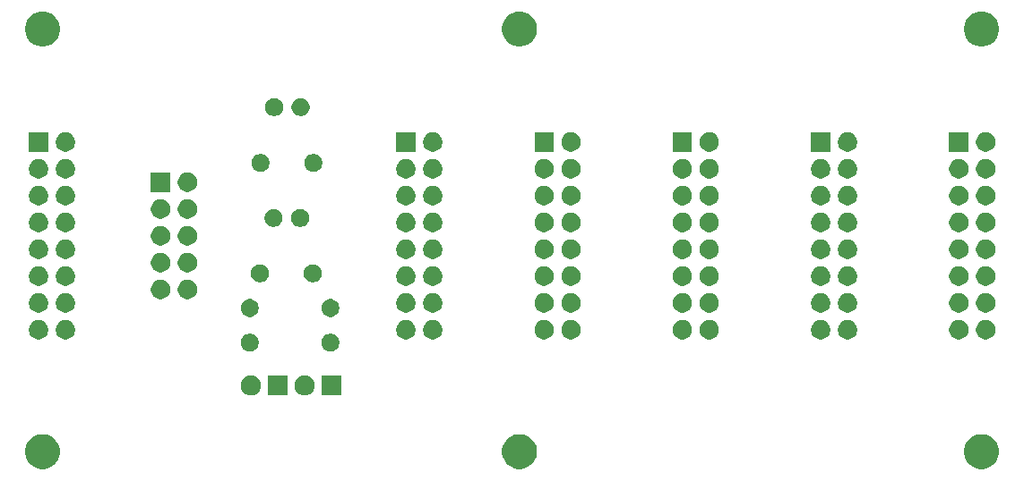
<source format=gts>
G04 #@! TF.GenerationSoftware,KiCad,Pcbnew,(5.1.5-0-10_14)*
G04 #@! TF.CreationDate,2020-10-09T20:01:27-04:00*
G04 #@! TF.ProjectId,AYOMSM - Power Supply Daughter Board,41594f4d-534d-4202-9d20-506f77657220,1.2*
G04 #@! TF.SameCoordinates,Original*
G04 #@! TF.FileFunction,Soldermask,Top*
G04 #@! TF.FilePolarity,Negative*
%FSLAX46Y46*%
G04 Gerber Fmt 4.6, Leading zero omitted, Abs format (unit mm)*
G04 Created by KiCad (PCBNEW (5.1.5-0-10_14)) date 2020-10-09 20:01:27*
%MOMM*%
%LPD*%
G04 APERTURE LIST*
%ADD10C,0.100000*%
G04 APERTURE END LIST*
D10*
G36*
X202533856Y-96443098D02*
G01*
X202640179Y-96464247D01*
X202940642Y-96588703D01*
X203211051Y-96769385D01*
X203441015Y-96999349D01*
X203621697Y-97269758D01*
X203746153Y-97570221D01*
X203809600Y-97889191D01*
X203809600Y-98214409D01*
X203746153Y-98533379D01*
X203621697Y-98833842D01*
X203441015Y-99104251D01*
X203211051Y-99334215D01*
X202940642Y-99514897D01*
X202640179Y-99639353D01*
X202533856Y-99660502D01*
X202321211Y-99702800D01*
X201995989Y-99702800D01*
X201783344Y-99660502D01*
X201677021Y-99639353D01*
X201376558Y-99514897D01*
X201106149Y-99334215D01*
X200876185Y-99104251D01*
X200695503Y-98833842D01*
X200571047Y-98533379D01*
X200507600Y-98214409D01*
X200507600Y-97889191D01*
X200571047Y-97570221D01*
X200695503Y-97269758D01*
X200876185Y-96999349D01*
X201106149Y-96769385D01*
X201376558Y-96588703D01*
X201677021Y-96464247D01*
X201783344Y-96443098D01*
X201995989Y-96400800D01*
X202321211Y-96400800D01*
X202533856Y-96443098D01*
G37*
G36*
X158875256Y-96443098D02*
G01*
X158981579Y-96464247D01*
X159282042Y-96588703D01*
X159552451Y-96769385D01*
X159782415Y-96999349D01*
X159963097Y-97269758D01*
X160087553Y-97570221D01*
X160151000Y-97889191D01*
X160151000Y-98214409D01*
X160087553Y-98533379D01*
X159963097Y-98833842D01*
X159782415Y-99104251D01*
X159552451Y-99334215D01*
X159282042Y-99514897D01*
X158981579Y-99639353D01*
X158875256Y-99660502D01*
X158662611Y-99702800D01*
X158337389Y-99702800D01*
X158124744Y-99660502D01*
X158018421Y-99639353D01*
X157717958Y-99514897D01*
X157447549Y-99334215D01*
X157217585Y-99104251D01*
X157036903Y-98833842D01*
X156912447Y-98533379D01*
X156849000Y-98214409D01*
X156849000Y-97889191D01*
X156912447Y-97570221D01*
X157036903Y-97269758D01*
X157217585Y-96999349D01*
X157447549Y-96769385D01*
X157717958Y-96588703D01*
X158018421Y-96464247D01*
X158124744Y-96443098D01*
X158337389Y-96400800D01*
X158662611Y-96400800D01*
X158875256Y-96443098D01*
G37*
G36*
X113790556Y-96443098D02*
G01*
X113896879Y-96464247D01*
X114197342Y-96588703D01*
X114467751Y-96769385D01*
X114697715Y-96999349D01*
X114878397Y-97269758D01*
X115002853Y-97570221D01*
X115066300Y-97889191D01*
X115066300Y-98214409D01*
X115002853Y-98533379D01*
X114878397Y-98833842D01*
X114697715Y-99104251D01*
X114467751Y-99334215D01*
X114197342Y-99514897D01*
X113896879Y-99639353D01*
X113790556Y-99660502D01*
X113577911Y-99702800D01*
X113252689Y-99702800D01*
X113040044Y-99660502D01*
X112933721Y-99639353D01*
X112633258Y-99514897D01*
X112362849Y-99334215D01*
X112132885Y-99104251D01*
X111952203Y-98833842D01*
X111827747Y-98533379D01*
X111764300Y-98214409D01*
X111764300Y-97889191D01*
X111827747Y-97570221D01*
X111952203Y-97269758D01*
X112132885Y-96999349D01*
X112362849Y-96769385D01*
X112633258Y-96588703D01*
X112933721Y-96464247D01*
X113040044Y-96443098D01*
X113252689Y-96400800D01*
X113577911Y-96400800D01*
X113790556Y-96443098D01*
G37*
G36*
X133411495Y-90881146D02*
G01*
X133584566Y-90952834D01*
X133584567Y-90952835D01*
X133740327Y-91056910D01*
X133872790Y-91189373D01*
X133872791Y-91189375D01*
X133976866Y-91345134D01*
X134048554Y-91518205D01*
X134085100Y-91701933D01*
X134085100Y-91889267D01*
X134048554Y-92072995D01*
X133976866Y-92246066D01*
X133976865Y-92246067D01*
X133872790Y-92401827D01*
X133740327Y-92534290D01*
X133661918Y-92586681D01*
X133584566Y-92638366D01*
X133411495Y-92710054D01*
X133227767Y-92746600D01*
X133040433Y-92746600D01*
X132856705Y-92710054D01*
X132683634Y-92638366D01*
X132606282Y-92586681D01*
X132527873Y-92534290D01*
X132395410Y-92401827D01*
X132291335Y-92246067D01*
X132291334Y-92246066D01*
X132219646Y-92072995D01*
X132183100Y-91889267D01*
X132183100Y-91701933D01*
X132219646Y-91518205D01*
X132291334Y-91345134D01*
X132395409Y-91189375D01*
X132395410Y-91189373D01*
X132527873Y-91056910D01*
X132683633Y-90952835D01*
X132683634Y-90952834D01*
X132856705Y-90881146D01*
X133040433Y-90844600D01*
X133227767Y-90844600D01*
X133411495Y-90881146D01*
G37*
G36*
X141679700Y-92746600D02*
G01*
X139777700Y-92746600D01*
X139777700Y-90844600D01*
X141679700Y-90844600D01*
X141679700Y-92746600D01*
G37*
G36*
X138466095Y-90881146D02*
G01*
X138639166Y-90952834D01*
X138639167Y-90952835D01*
X138794927Y-91056910D01*
X138927390Y-91189373D01*
X138927391Y-91189375D01*
X139031466Y-91345134D01*
X139103154Y-91518205D01*
X139139700Y-91701933D01*
X139139700Y-91889267D01*
X139103154Y-92072995D01*
X139031466Y-92246066D01*
X139031465Y-92246067D01*
X138927390Y-92401827D01*
X138794927Y-92534290D01*
X138716518Y-92586681D01*
X138639166Y-92638366D01*
X138466095Y-92710054D01*
X138282367Y-92746600D01*
X138095033Y-92746600D01*
X137911305Y-92710054D01*
X137738234Y-92638366D01*
X137660882Y-92586681D01*
X137582473Y-92534290D01*
X137450010Y-92401827D01*
X137345935Y-92246067D01*
X137345934Y-92246066D01*
X137274246Y-92072995D01*
X137237700Y-91889267D01*
X137237700Y-91701933D01*
X137274246Y-91518205D01*
X137345934Y-91345134D01*
X137450009Y-91189375D01*
X137450010Y-91189373D01*
X137582473Y-91056910D01*
X137738233Y-90952835D01*
X137738234Y-90952834D01*
X137911305Y-90881146D01*
X138095033Y-90844600D01*
X138282367Y-90844600D01*
X138466095Y-90881146D01*
G37*
G36*
X136625100Y-92746600D02*
G01*
X134723100Y-92746600D01*
X134723100Y-90844600D01*
X136625100Y-90844600D01*
X136625100Y-92746600D01*
G37*
G36*
X133255328Y-86913303D02*
G01*
X133410200Y-86977453D01*
X133549581Y-87070585D01*
X133668115Y-87189119D01*
X133761247Y-87328500D01*
X133825397Y-87483372D01*
X133858100Y-87647784D01*
X133858100Y-87815416D01*
X133825397Y-87979828D01*
X133761247Y-88134700D01*
X133668115Y-88274081D01*
X133549581Y-88392615D01*
X133410200Y-88485747D01*
X133255328Y-88549897D01*
X133090916Y-88582600D01*
X132923284Y-88582600D01*
X132758872Y-88549897D01*
X132604000Y-88485747D01*
X132464619Y-88392615D01*
X132346085Y-88274081D01*
X132252953Y-88134700D01*
X132188803Y-87979828D01*
X132156100Y-87815416D01*
X132156100Y-87647784D01*
X132188803Y-87483372D01*
X132252953Y-87328500D01*
X132346085Y-87189119D01*
X132464619Y-87070585D01*
X132604000Y-86977453D01*
X132758872Y-86913303D01*
X132923284Y-86880600D01*
X133090916Y-86880600D01*
X133255328Y-86913303D01*
G37*
G36*
X140875328Y-86913303D02*
G01*
X141030200Y-86977453D01*
X141169581Y-87070585D01*
X141288115Y-87189119D01*
X141381247Y-87328500D01*
X141445397Y-87483372D01*
X141478100Y-87647784D01*
X141478100Y-87815416D01*
X141445397Y-87979828D01*
X141381247Y-88134700D01*
X141288115Y-88274081D01*
X141169581Y-88392615D01*
X141030200Y-88485747D01*
X140875328Y-88549897D01*
X140710916Y-88582600D01*
X140543284Y-88582600D01*
X140378872Y-88549897D01*
X140224000Y-88485747D01*
X140084619Y-88392615D01*
X139966085Y-88274081D01*
X139872953Y-88134700D01*
X139808803Y-87979828D01*
X139776100Y-87815416D01*
X139776100Y-87647784D01*
X139808803Y-87483372D01*
X139872953Y-87328500D01*
X139966085Y-87189119D01*
X140084619Y-87070585D01*
X140224000Y-86977453D01*
X140378872Y-86913303D01*
X140543284Y-86880600D01*
X140710916Y-86880600D01*
X140875328Y-86913303D01*
G37*
G36*
X148031278Y-85632947D02*
G01*
X148197724Y-85701891D01*
X148347522Y-85801983D01*
X148474917Y-85929378D01*
X148575009Y-86079176D01*
X148643953Y-86245622D01*
X148679100Y-86422318D01*
X148679100Y-86602482D01*
X148643953Y-86779178D01*
X148575009Y-86945624D01*
X148474917Y-87095422D01*
X148347522Y-87222817D01*
X148197724Y-87322909D01*
X148031278Y-87391853D01*
X147854582Y-87427000D01*
X147674418Y-87427000D01*
X147497722Y-87391853D01*
X147331276Y-87322909D01*
X147181478Y-87222817D01*
X147054083Y-87095422D01*
X146953991Y-86945624D01*
X146885047Y-86779178D01*
X146849900Y-86602482D01*
X146849900Y-86422318D01*
X146885047Y-86245622D01*
X146953991Y-86079176D01*
X147054083Y-85929378D01*
X147181478Y-85801983D01*
X147331276Y-85701891D01*
X147497722Y-85632947D01*
X147674418Y-85597800D01*
X147854582Y-85597800D01*
X148031278Y-85632947D01*
G37*
G36*
X115862178Y-85632947D02*
G01*
X116028624Y-85701891D01*
X116178422Y-85801983D01*
X116305817Y-85929378D01*
X116405909Y-86079176D01*
X116474853Y-86245622D01*
X116510000Y-86422318D01*
X116510000Y-86602482D01*
X116474853Y-86779178D01*
X116405909Y-86945624D01*
X116305817Y-87095422D01*
X116178422Y-87222817D01*
X116028624Y-87322909D01*
X115862178Y-87391853D01*
X115685482Y-87427000D01*
X115505318Y-87427000D01*
X115328622Y-87391853D01*
X115162176Y-87322909D01*
X115012378Y-87222817D01*
X114884983Y-87095422D01*
X114784891Y-86945624D01*
X114715947Y-86779178D01*
X114680800Y-86602482D01*
X114680800Y-86422318D01*
X114715947Y-86245622D01*
X114784891Y-86079176D01*
X114884983Y-85929378D01*
X115012378Y-85801983D01*
X115162176Y-85701891D01*
X115328622Y-85632947D01*
X115505318Y-85597800D01*
X115685482Y-85597800D01*
X115862178Y-85632947D01*
G37*
G36*
X113322178Y-85632947D02*
G01*
X113488624Y-85701891D01*
X113638422Y-85801983D01*
X113765817Y-85929378D01*
X113865909Y-86079176D01*
X113934853Y-86245622D01*
X113970000Y-86422318D01*
X113970000Y-86602482D01*
X113934853Y-86779178D01*
X113865909Y-86945624D01*
X113765817Y-87095422D01*
X113638422Y-87222817D01*
X113488624Y-87322909D01*
X113322178Y-87391853D01*
X113145482Y-87427000D01*
X112965318Y-87427000D01*
X112788622Y-87391853D01*
X112622176Y-87322909D01*
X112472378Y-87222817D01*
X112344983Y-87095422D01*
X112244891Y-86945624D01*
X112175947Y-86779178D01*
X112140800Y-86602482D01*
X112140800Y-86422318D01*
X112175947Y-86245622D01*
X112244891Y-86079176D01*
X112344983Y-85929378D01*
X112472378Y-85801983D01*
X112622176Y-85701891D01*
X112788622Y-85632947D01*
X112965318Y-85597800D01*
X113145482Y-85597800D01*
X113322178Y-85632947D01*
G37*
G36*
X163636403Y-85632947D02*
G01*
X163802849Y-85701891D01*
X163952647Y-85801983D01*
X164080042Y-85929378D01*
X164180134Y-86079176D01*
X164249078Y-86245622D01*
X164284225Y-86422318D01*
X164284225Y-86602482D01*
X164249078Y-86779178D01*
X164180134Y-86945624D01*
X164080042Y-87095422D01*
X163952647Y-87222817D01*
X163802849Y-87322909D01*
X163636403Y-87391853D01*
X163459707Y-87427000D01*
X163279543Y-87427000D01*
X163102847Y-87391853D01*
X162936401Y-87322909D01*
X162786603Y-87222817D01*
X162659208Y-87095422D01*
X162559116Y-86945624D01*
X162490172Y-86779178D01*
X162455025Y-86602482D01*
X162455025Y-86422318D01*
X162490172Y-86245622D01*
X162559116Y-86079176D01*
X162659208Y-85929378D01*
X162786603Y-85801983D01*
X162936401Y-85701891D01*
X163102847Y-85632947D01*
X163279543Y-85597800D01*
X163459707Y-85597800D01*
X163636403Y-85632947D01*
G37*
G36*
X161096403Y-85632947D02*
G01*
X161262849Y-85701891D01*
X161412647Y-85801983D01*
X161540042Y-85929378D01*
X161640134Y-86079176D01*
X161709078Y-86245622D01*
X161744225Y-86422318D01*
X161744225Y-86602482D01*
X161709078Y-86779178D01*
X161640134Y-86945624D01*
X161540042Y-87095422D01*
X161412647Y-87222817D01*
X161262849Y-87322909D01*
X161096403Y-87391853D01*
X160919707Y-87427000D01*
X160739543Y-87427000D01*
X160562847Y-87391853D01*
X160396401Y-87322909D01*
X160246603Y-87222817D01*
X160119208Y-87095422D01*
X160019116Y-86945624D01*
X159950172Y-86779178D01*
X159915025Y-86602482D01*
X159915025Y-86422318D01*
X159950172Y-86245622D01*
X160019116Y-86079176D01*
X160119208Y-85929378D01*
X160246603Y-85801983D01*
X160396401Y-85701891D01*
X160562847Y-85632947D01*
X160739543Y-85597800D01*
X160919707Y-85597800D01*
X161096403Y-85632947D01*
G37*
G36*
X202831778Y-85632947D02*
G01*
X202998224Y-85701891D01*
X203148022Y-85801983D01*
X203275417Y-85929378D01*
X203375509Y-86079176D01*
X203444453Y-86245622D01*
X203479600Y-86422318D01*
X203479600Y-86602482D01*
X203444453Y-86779178D01*
X203375509Y-86945624D01*
X203275417Y-87095422D01*
X203148022Y-87222817D01*
X202998224Y-87322909D01*
X202831778Y-87391853D01*
X202655082Y-87427000D01*
X202474918Y-87427000D01*
X202298222Y-87391853D01*
X202131776Y-87322909D01*
X201981978Y-87222817D01*
X201854583Y-87095422D01*
X201754491Y-86945624D01*
X201685547Y-86779178D01*
X201650400Y-86602482D01*
X201650400Y-86422318D01*
X201685547Y-86245622D01*
X201754491Y-86079176D01*
X201854583Y-85929378D01*
X201981978Y-85801983D01*
X202131776Y-85701891D01*
X202298222Y-85632947D01*
X202474918Y-85597800D01*
X202655082Y-85597800D01*
X202831778Y-85632947D01*
G37*
G36*
X200291778Y-85632947D02*
G01*
X200458224Y-85701891D01*
X200608022Y-85801983D01*
X200735417Y-85929378D01*
X200835509Y-86079176D01*
X200904453Y-86245622D01*
X200939600Y-86422318D01*
X200939600Y-86602482D01*
X200904453Y-86779178D01*
X200835509Y-86945624D01*
X200735417Y-87095422D01*
X200608022Y-87222817D01*
X200458224Y-87322909D01*
X200291778Y-87391853D01*
X200115082Y-87427000D01*
X199934918Y-87427000D01*
X199758222Y-87391853D01*
X199591776Y-87322909D01*
X199441978Y-87222817D01*
X199314583Y-87095422D01*
X199214491Y-86945624D01*
X199145547Y-86779178D01*
X199110400Y-86602482D01*
X199110400Y-86422318D01*
X199145547Y-86245622D01*
X199214491Y-86079176D01*
X199314583Y-85929378D01*
X199441978Y-85801983D01*
X199591776Y-85701891D01*
X199758222Y-85632947D01*
X199934918Y-85597800D01*
X200115082Y-85597800D01*
X200291778Y-85632947D01*
G37*
G36*
X189766653Y-85632947D02*
G01*
X189933099Y-85701891D01*
X190082897Y-85801983D01*
X190210292Y-85929378D01*
X190310384Y-86079176D01*
X190379328Y-86245622D01*
X190414475Y-86422318D01*
X190414475Y-86602482D01*
X190379328Y-86779178D01*
X190310384Y-86945624D01*
X190210292Y-87095422D01*
X190082897Y-87222817D01*
X189933099Y-87322909D01*
X189766653Y-87391853D01*
X189589957Y-87427000D01*
X189409793Y-87427000D01*
X189233097Y-87391853D01*
X189066651Y-87322909D01*
X188916853Y-87222817D01*
X188789458Y-87095422D01*
X188689366Y-86945624D01*
X188620422Y-86779178D01*
X188585275Y-86602482D01*
X188585275Y-86422318D01*
X188620422Y-86245622D01*
X188689366Y-86079176D01*
X188789458Y-85929378D01*
X188916853Y-85801983D01*
X189066651Y-85701891D01*
X189233097Y-85632947D01*
X189409793Y-85597800D01*
X189589957Y-85597800D01*
X189766653Y-85632947D01*
G37*
G36*
X187226653Y-85632947D02*
G01*
X187393099Y-85701891D01*
X187542897Y-85801983D01*
X187670292Y-85929378D01*
X187770384Y-86079176D01*
X187839328Y-86245622D01*
X187874475Y-86422318D01*
X187874475Y-86602482D01*
X187839328Y-86779178D01*
X187770384Y-86945624D01*
X187670292Y-87095422D01*
X187542897Y-87222817D01*
X187393099Y-87322909D01*
X187226653Y-87391853D01*
X187049957Y-87427000D01*
X186869793Y-87427000D01*
X186693097Y-87391853D01*
X186526651Y-87322909D01*
X186376853Y-87222817D01*
X186249458Y-87095422D01*
X186149366Y-86945624D01*
X186080422Y-86779178D01*
X186045275Y-86602482D01*
X186045275Y-86422318D01*
X186080422Y-86245622D01*
X186149366Y-86079176D01*
X186249458Y-85929378D01*
X186376853Y-85801983D01*
X186526651Y-85701891D01*
X186693097Y-85632947D01*
X186869793Y-85597800D01*
X187049957Y-85597800D01*
X187226653Y-85632947D01*
G37*
G36*
X150571278Y-85632947D02*
G01*
X150737724Y-85701891D01*
X150887522Y-85801983D01*
X151014917Y-85929378D01*
X151115009Y-86079176D01*
X151183953Y-86245622D01*
X151219100Y-86422318D01*
X151219100Y-86602482D01*
X151183953Y-86779178D01*
X151115009Y-86945624D01*
X151014917Y-87095422D01*
X150887522Y-87222817D01*
X150737724Y-87322909D01*
X150571278Y-87391853D01*
X150394582Y-87427000D01*
X150214418Y-87427000D01*
X150037722Y-87391853D01*
X149871276Y-87322909D01*
X149721478Y-87222817D01*
X149594083Y-87095422D01*
X149493991Y-86945624D01*
X149425047Y-86779178D01*
X149389900Y-86602482D01*
X149389900Y-86422318D01*
X149425047Y-86245622D01*
X149493991Y-86079176D01*
X149594083Y-85929378D01*
X149721478Y-85801983D01*
X149871276Y-85701891D01*
X150037722Y-85632947D01*
X150214418Y-85597800D01*
X150394582Y-85597800D01*
X150571278Y-85632947D01*
G37*
G36*
X176701528Y-85632947D02*
G01*
X176867974Y-85701891D01*
X177017772Y-85801983D01*
X177145167Y-85929378D01*
X177245259Y-86079176D01*
X177314203Y-86245622D01*
X177349350Y-86422318D01*
X177349350Y-86602482D01*
X177314203Y-86779178D01*
X177245259Y-86945624D01*
X177145167Y-87095422D01*
X177017772Y-87222817D01*
X176867974Y-87322909D01*
X176701528Y-87391853D01*
X176524832Y-87427000D01*
X176344668Y-87427000D01*
X176167972Y-87391853D01*
X176001526Y-87322909D01*
X175851728Y-87222817D01*
X175724333Y-87095422D01*
X175624241Y-86945624D01*
X175555297Y-86779178D01*
X175520150Y-86602482D01*
X175520150Y-86422318D01*
X175555297Y-86245622D01*
X175624241Y-86079176D01*
X175724333Y-85929378D01*
X175851728Y-85801983D01*
X176001526Y-85701891D01*
X176167972Y-85632947D01*
X176344668Y-85597800D01*
X176524832Y-85597800D01*
X176701528Y-85632947D01*
G37*
G36*
X174161528Y-85632947D02*
G01*
X174327974Y-85701891D01*
X174477772Y-85801983D01*
X174605167Y-85929378D01*
X174705259Y-86079176D01*
X174774203Y-86245622D01*
X174809350Y-86422318D01*
X174809350Y-86602482D01*
X174774203Y-86779178D01*
X174705259Y-86945624D01*
X174605167Y-87095422D01*
X174477772Y-87222817D01*
X174327974Y-87322909D01*
X174161528Y-87391853D01*
X173984832Y-87427000D01*
X173804668Y-87427000D01*
X173627972Y-87391853D01*
X173461526Y-87322909D01*
X173311728Y-87222817D01*
X173184333Y-87095422D01*
X173084241Y-86945624D01*
X173015297Y-86779178D01*
X172980150Y-86602482D01*
X172980150Y-86422318D01*
X173015297Y-86245622D01*
X173084241Y-86079176D01*
X173184333Y-85929378D01*
X173311728Y-85801983D01*
X173461526Y-85701891D01*
X173627972Y-85632947D01*
X173804668Y-85597800D01*
X173984832Y-85597800D01*
X174161528Y-85632947D01*
G37*
G36*
X133255328Y-83636703D02*
G01*
X133410200Y-83700853D01*
X133549581Y-83793985D01*
X133668115Y-83912519D01*
X133761247Y-84051900D01*
X133825397Y-84206772D01*
X133858100Y-84371184D01*
X133858100Y-84538816D01*
X133825397Y-84703228D01*
X133761247Y-84858100D01*
X133668115Y-84997481D01*
X133549581Y-85116015D01*
X133410200Y-85209147D01*
X133255328Y-85273297D01*
X133090916Y-85306000D01*
X132923284Y-85306000D01*
X132758872Y-85273297D01*
X132604000Y-85209147D01*
X132464619Y-85116015D01*
X132346085Y-84997481D01*
X132252953Y-84858100D01*
X132188803Y-84703228D01*
X132156100Y-84538816D01*
X132156100Y-84371184D01*
X132188803Y-84206772D01*
X132252953Y-84051900D01*
X132346085Y-83912519D01*
X132464619Y-83793985D01*
X132604000Y-83700853D01*
X132758872Y-83636703D01*
X132923284Y-83604000D01*
X133090916Y-83604000D01*
X133255328Y-83636703D01*
G37*
G36*
X140875328Y-83636703D02*
G01*
X141030200Y-83700853D01*
X141169581Y-83793985D01*
X141288115Y-83912519D01*
X141381247Y-84051900D01*
X141445397Y-84206772D01*
X141478100Y-84371184D01*
X141478100Y-84538816D01*
X141445397Y-84703228D01*
X141381247Y-84858100D01*
X141288115Y-84997481D01*
X141169581Y-85116015D01*
X141030200Y-85209147D01*
X140875328Y-85273297D01*
X140710916Y-85306000D01*
X140543284Y-85306000D01*
X140378872Y-85273297D01*
X140224000Y-85209147D01*
X140084619Y-85116015D01*
X139966085Y-84997481D01*
X139872953Y-84858100D01*
X139808803Y-84703228D01*
X139776100Y-84538816D01*
X139776100Y-84371184D01*
X139808803Y-84206772D01*
X139872953Y-84051900D01*
X139966085Y-83912519D01*
X140084619Y-83793985D01*
X140224000Y-83700853D01*
X140378872Y-83636703D01*
X140543284Y-83604000D01*
X140710916Y-83604000D01*
X140875328Y-83636703D01*
G37*
G36*
X202831778Y-83092947D02*
G01*
X202998224Y-83161891D01*
X203148022Y-83261983D01*
X203275417Y-83389378D01*
X203375509Y-83539176D01*
X203444453Y-83705622D01*
X203479600Y-83882318D01*
X203479600Y-84062482D01*
X203444453Y-84239178D01*
X203375509Y-84405624D01*
X203275417Y-84555422D01*
X203148022Y-84682817D01*
X202998224Y-84782909D01*
X202831778Y-84851853D01*
X202655082Y-84887000D01*
X202474918Y-84887000D01*
X202298222Y-84851853D01*
X202131776Y-84782909D01*
X201981978Y-84682817D01*
X201854583Y-84555422D01*
X201754491Y-84405624D01*
X201685547Y-84239178D01*
X201650400Y-84062482D01*
X201650400Y-83882318D01*
X201685547Y-83705622D01*
X201754491Y-83539176D01*
X201854583Y-83389378D01*
X201981978Y-83261983D01*
X202131776Y-83161891D01*
X202298222Y-83092947D01*
X202474918Y-83057800D01*
X202655082Y-83057800D01*
X202831778Y-83092947D01*
G37*
G36*
X200291778Y-83092947D02*
G01*
X200458224Y-83161891D01*
X200608022Y-83261983D01*
X200735417Y-83389378D01*
X200835509Y-83539176D01*
X200904453Y-83705622D01*
X200939600Y-83882318D01*
X200939600Y-84062482D01*
X200904453Y-84239178D01*
X200835509Y-84405624D01*
X200735417Y-84555422D01*
X200608022Y-84682817D01*
X200458224Y-84782909D01*
X200291778Y-84851853D01*
X200115082Y-84887000D01*
X199934918Y-84887000D01*
X199758222Y-84851853D01*
X199591776Y-84782909D01*
X199441978Y-84682817D01*
X199314583Y-84555422D01*
X199214491Y-84405624D01*
X199145547Y-84239178D01*
X199110400Y-84062482D01*
X199110400Y-83882318D01*
X199145547Y-83705622D01*
X199214491Y-83539176D01*
X199314583Y-83389378D01*
X199441978Y-83261983D01*
X199591776Y-83161891D01*
X199758222Y-83092947D01*
X199934918Y-83057800D01*
X200115082Y-83057800D01*
X200291778Y-83092947D01*
G37*
G36*
X189766653Y-83092947D02*
G01*
X189933099Y-83161891D01*
X190082897Y-83261983D01*
X190210292Y-83389378D01*
X190310384Y-83539176D01*
X190379328Y-83705622D01*
X190414475Y-83882318D01*
X190414475Y-84062482D01*
X190379328Y-84239178D01*
X190310384Y-84405624D01*
X190210292Y-84555422D01*
X190082897Y-84682817D01*
X189933099Y-84782909D01*
X189766653Y-84851853D01*
X189589957Y-84887000D01*
X189409793Y-84887000D01*
X189233097Y-84851853D01*
X189066651Y-84782909D01*
X188916853Y-84682817D01*
X188789458Y-84555422D01*
X188689366Y-84405624D01*
X188620422Y-84239178D01*
X188585275Y-84062482D01*
X188585275Y-83882318D01*
X188620422Y-83705622D01*
X188689366Y-83539176D01*
X188789458Y-83389378D01*
X188916853Y-83261983D01*
X189066651Y-83161891D01*
X189233097Y-83092947D01*
X189409793Y-83057800D01*
X189589957Y-83057800D01*
X189766653Y-83092947D01*
G37*
G36*
X187226653Y-83092947D02*
G01*
X187393099Y-83161891D01*
X187542897Y-83261983D01*
X187670292Y-83389378D01*
X187770384Y-83539176D01*
X187839328Y-83705622D01*
X187874475Y-83882318D01*
X187874475Y-84062482D01*
X187839328Y-84239178D01*
X187770384Y-84405624D01*
X187670292Y-84555422D01*
X187542897Y-84682817D01*
X187393099Y-84782909D01*
X187226653Y-84851853D01*
X187049957Y-84887000D01*
X186869793Y-84887000D01*
X186693097Y-84851853D01*
X186526651Y-84782909D01*
X186376853Y-84682817D01*
X186249458Y-84555422D01*
X186149366Y-84405624D01*
X186080422Y-84239178D01*
X186045275Y-84062482D01*
X186045275Y-83882318D01*
X186080422Y-83705622D01*
X186149366Y-83539176D01*
X186249458Y-83389378D01*
X186376853Y-83261983D01*
X186526651Y-83161891D01*
X186693097Y-83092947D01*
X186869793Y-83057800D01*
X187049957Y-83057800D01*
X187226653Y-83092947D01*
G37*
G36*
X174161528Y-83092947D02*
G01*
X174327974Y-83161891D01*
X174477772Y-83261983D01*
X174605167Y-83389378D01*
X174705259Y-83539176D01*
X174774203Y-83705622D01*
X174809350Y-83882318D01*
X174809350Y-84062482D01*
X174774203Y-84239178D01*
X174705259Y-84405624D01*
X174605167Y-84555422D01*
X174477772Y-84682817D01*
X174327974Y-84782909D01*
X174161528Y-84851853D01*
X173984832Y-84887000D01*
X173804668Y-84887000D01*
X173627972Y-84851853D01*
X173461526Y-84782909D01*
X173311728Y-84682817D01*
X173184333Y-84555422D01*
X173084241Y-84405624D01*
X173015297Y-84239178D01*
X172980150Y-84062482D01*
X172980150Y-83882318D01*
X173015297Y-83705622D01*
X173084241Y-83539176D01*
X173184333Y-83389378D01*
X173311728Y-83261983D01*
X173461526Y-83161891D01*
X173627972Y-83092947D01*
X173804668Y-83057800D01*
X173984832Y-83057800D01*
X174161528Y-83092947D01*
G37*
G36*
X176701528Y-83092947D02*
G01*
X176867974Y-83161891D01*
X177017772Y-83261983D01*
X177145167Y-83389378D01*
X177245259Y-83539176D01*
X177314203Y-83705622D01*
X177349350Y-83882318D01*
X177349350Y-84062482D01*
X177314203Y-84239178D01*
X177245259Y-84405624D01*
X177145167Y-84555422D01*
X177017772Y-84682817D01*
X176867974Y-84782909D01*
X176701528Y-84851853D01*
X176524832Y-84887000D01*
X176344668Y-84887000D01*
X176167972Y-84851853D01*
X176001526Y-84782909D01*
X175851728Y-84682817D01*
X175724333Y-84555422D01*
X175624241Y-84405624D01*
X175555297Y-84239178D01*
X175520150Y-84062482D01*
X175520150Y-83882318D01*
X175555297Y-83705622D01*
X175624241Y-83539176D01*
X175724333Y-83389378D01*
X175851728Y-83261983D01*
X176001526Y-83161891D01*
X176167972Y-83092947D01*
X176344668Y-83057800D01*
X176524832Y-83057800D01*
X176701528Y-83092947D01*
G37*
G36*
X113322178Y-83092947D02*
G01*
X113488624Y-83161891D01*
X113638422Y-83261983D01*
X113765817Y-83389378D01*
X113865909Y-83539176D01*
X113934853Y-83705622D01*
X113970000Y-83882318D01*
X113970000Y-84062482D01*
X113934853Y-84239178D01*
X113865909Y-84405624D01*
X113765817Y-84555422D01*
X113638422Y-84682817D01*
X113488624Y-84782909D01*
X113322178Y-84851853D01*
X113145482Y-84887000D01*
X112965318Y-84887000D01*
X112788622Y-84851853D01*
X112622176Y-84782909D01*
X112472378Y-84682817D01*
X112344983Y-84555422D01*
X112244891Y-84405624D01*
X112175947Y-84239178D01*
X112140800Y-84062482D01*
X112140800Y-83882318D01*
X112175947Y-83705622D01*
X112244891Y-83539176D01*
X112344983Y-83389378D01*
X112472378Y-83261983D01*
X112622176Y-83161891D01*
X112788622Y-83092947D01*
X112965318Y-83057800D01*
X113145482Y-83057800D01*
X113322178Y-83092947D01*
G37*
G36*
X115862178Y-83092947D02*
G01*
X116028624Y-83161891D01*
X116178422Y-83261983D01*
X116305817Y-83389378D01*
X116405909Y-83539176D01*
X116474853Y-83705622D01*
X116510000Y-83882318D01*
X116510000Y-84062482D01*
X116474853Y-84239178D01*
X116405909Y-84405624D01*
X116305817Y-84555422D01*
X116178422Y-84682817D01*
X116028624Y-84782909D01*
X115862178Y-84851853D01*
X115685482Y-84887000D01*
X115505318Y-84887000D01*
X115328622Y-84851853D01*
X115162176Y-84782909D01*
X115012378Y-84682817D01*
X114884983Y-84555422D01*
X114784891Y-84405624D01*
X114715947Y-84239178D01*
X114680800Y-84062482D01*
X114680800Y-83882318D01*
X114715947Y-83705622D01*
X114784891Y-83539176D01*
X114884983Y-83389378D01*
X115012378Y-83261983D01*
X115162176Y-83161891D01*
X115328622Y-83092947D01*
X115505318Y-83057800D01*
X115685482Y-83057800D01*
X115862178Y-83092947D01*
G37*
G36*
X148031278Y-83092947D02*
G01*
X148197724Y-83161891D01*
X148347522Y-83261983D01*
X148474917Y-83389378D01*
X148575009Y-83539176D01*
X148643953Y-83705622D01*
X148679100Y-83882318D01*
X148679100Y-84062482D01*
X148643953Y-84239178D01*
X148575009Y-84405624D01*
X148474917Y-84555422D01*
X148347522Y-84682817D01*
X148197724Y-84782909D01*
X148031278Y-84851853D01*
X147854582Y-84887000D01*
X147674418Y-84887000D01*
X147497722Y-84851853D01*
X147331276Y-84782909D01*
X147181478Y-84682817D01*
X147054083Y-84555422D01*
X146953991Y-84405624D01*
X146885047Y-84239178D01*
X146849900Y-84062482D01*
X146849900Y-83882318D01*
X146885047Y-83705622D01*
X146953991Y-83539176D01*
X147054083Y-83389378D01*
X147181478Y-83261983D01*
X147331276Y-83161891D01*
X147497722Y-83092947D01*
X147674418Y-83057800D01*
X147854582Y-83057800D01*
X148031278Y-83092947D01*
G37*
G36*
X150571278Y-83092947D02*
G01*
X150737724Y-83161891D01*
X150887522Y-83261983D01*
X151014917Y-83389378D01*
X151115009Y-83539176D01*
X151183953Y-83705622D01*
X151219100Y-83882318D01*
X151219100Y-84062482D01*
X151183953Y-84239178D01*
X151115009Y-84405624D01*
X151014917Y-84555422D01*
X150887522Y-84682817D01*
X150737724Y-84782909D01*
X150571278Y-84851853D01*
X150394582Y-84887000D01*
X150214418Y-84887000D01*
X150037722Y-84851853D01*
X149871276Y-84782909D01*
X149721478Y-84682817D01*
X149594083Y-84555422D01*
X149493991Y-84405624D01*
X149425047Y-84239178D01*
X149389900Y-84062482D01*
X149389900Y-83882318D01*
X149425047Y-83705622D01*
X149493991Y-83539176D01*
X149594083Y-83389378D01*
X149721478Y-83261983D01*
X149871276Y-83161891D01*
X150037722Y-83092947D01*
X150214418Y-83057800D01*
X150394582Y-83057800D01*
X150571278Y-83092947D01*
G37*
G36*
X163636403Y-83092947D02*
G01*
X163802849Y-83161891D01*
X163952647Y-83261983D01*
X164080042Y-83389378D01*
X164180134Y-83539176D01*
X164249078Y-83705622D01*
X164284225Y-83882318D01*
X164284225Y-84062482D01*
X164249078Y-84239178D01*
X164180134Y-84405624D01*
X164080042Y-84555422D01*
X163952647Y-84682817D01*
X163802849Y-84782909D01*
X163636403Y-84851853D01*
X163459707Y-84887000D01*
X163279543Y-84887000D01*
X163102847Y-84851853D01*
X162936401Y-84782909D01*
X162786603Y-84682817D01*
X162659208Y-84555422D01*
X162559116Y-84405624D01*
X162490172Y-84239178D01*
X162455025Y-84062482D01*
X162455025Y-83882318D01*
X162490172Y-83705622D01*
X162559116Y-83539176D01*
X162659208Y-83389378D01*
X162786603Y-83261983D01*
X162936401Y-83161891D01*
X163102847Y-83092947D01*
X163279543Y-83057800D01*
X163459707Y-83057800D01*
X163636403Y-83092947D01*
G37*
G36*
X161096403Y-83092947D02*
G01*
X161262849Y-83161891D01*
X161412647Y-83261983D01*
X161540042Y-83389378D01*
X161640134Y-83539176D01*
X161709078Y-83705622D01*
X161744225Y-83882318D01*
X161744225Y-84062482D01*
X161709078Y-84239178D01*
X161640134Y-84405624D01*
X161540042Y-84555422D01*
X161412647Y-84682817D01*
X161262849Y-84782909D01*
X161096403Y-84851853D01*
X160919707Y-84887000D01*
X160739543Y-84887000D01*
X160562847Y-84851853D01*
X160396401Y-84782909D01*
X160246603Y-84682817D01*
X160119208Y-84555422D01*
X160019116Y-84405624D01*
X159950172Y-84239178D01*
X159915025Y-84062482D01*
X159915025Y-83882318D01*
X159950172Y-83705622D01*
X160019116Y-83539176D01*
X160119208Y-83389378D01*
X160246603Y-83261983D01*
X160396401Y-83161891D01*
X160562847Y-83092947D01*
X160739543Y-83057800D01*
X160919707Y-83057800D01*
X161096403Y-83092947D01*
G37*
G36*
X127393778Y-81822947D02*
G01*
X127560224Y-81891891D01*
X127710022Y-81991983D01*
X127837417Y-82119378D01*
X127937509Y-82269176D01*
X128006453Y-82435622D01*
X128041600Y-82612318D01*
X128041600Y-82792482D01*
X128006453Y-82969178D01*
X127937509Y-83135624D01*
X127837417Y-83285422D01*
X127710022Y-83412817D01*
X127560224Y-83512909D01*
X127393778Y-83581853D01*
X127217082Y-83617000D01*
X127036918Y-83617000D01*
X126860222Y-83581853D01*
X126693776Y-83512909D01*
X126543978Y-83412817D01*
X126416583Y-83285422D01*
X126316491Y-83135624D01*
X126247547Y-82969178D01*
X126212400Y-82792482D01*
X126212400Y-82612318D01*
X126247547Y-82435622D01*
X126316491Y-82269176D01*
X126416583Y-82119378D01*
X126543978Y-81991983D01*
X126693776Y-81891891D01*
X126860222Y-81822947D01*
X127036918Y-81787800D01*
X127217082Y-81787800D01*
X127393778Y-81822947D01*
G37*
G36*
X124853778Y-81822947D02*
G01*
X125020224Y-81891891D01*
X125170022Y-81991983D01*
X125297417Y-82119378D01*
X125397509Y-82269176D01*
X125466453Y-82435622D01*
X125501600Y-82612318D01*
X125501600Y-82792482D01*
X125466453Y-82969178D01*
X125397509Y-83135624D01*
X125297417Y-83285422D01*
X125170022Y-83412817D01*
X125020224Y-83512909D01*
X124853778Y-83581853D01*
X124677082Y-83617000D01*
X124496918Y-83617000D01*
X124320222Y-83581853D01*
X124153776Y-83512909D01*
X124003978Y-83412817D01*
X123876583Y-83285422D01*
X123776491Y-83135624D01*
X123707547Y-82969178D01*
X123672400Y-82792482D01*
X123672400Y-82612318D01*
X123707547Y-82435622D01*
X123776491Y-82269176D01*
X123876583Y-82119378D01*
X124003978Y-81991983D01*
X124153776Y-81891891D01*
X124320222Y-81822947D01*
X124496918Y-81787800D01*
X124677082Y-81787800D01*
X124853778Y-81822947D01*
G37*
G36*
X113322178Y-80552947D02*
G01*
X113488624Y-80621891D01*
X113638422Y-80721983D01*
X113765817Y-80849378D01*
X113865909Y-80999176D01*
X113934853Y-81165622D01*
X113970000Y-81342318D01*
X113970000Y-81522482D01*
X113934853Y-81699178D01*
X113865909Y-81865624D01*
X113765817Y-82015422D01*
X113638422Y-82142817D01*
X113488624Y-82242909D01*
X113322178Y-82311853D01*
X113145482Y-82347000D01*
X112965318Y-82347000D01*
X112788622Y-82311853D01*
X112622176Y-82242909D01*
X112472378Y-82142817D01*
X112344983Y-82015422D01*
X112244891Y-81865624D01*
X112175947Y-81699178D01*
X112140800Y-81522482D01*
X112140800Y-81342318D01*
X112175947Y-81165622D01*
X112244891Y-80999176D01*
X112344983Y-80849378D01*
X112472378Y-80721983D01*
X112622176Y-80621891D01*
X112788622Y-80552947D01*
X112965318Y-80517800D01*
X113145482Y-80517800D01*
X113322178Y-80552947D01*
G37*
G36*
X115862178Y-80552947D02*
G01*
X116028624Y-80621891D01*
X116178422Y-80721983D01*
X116305817Y-80849378D01*
X116405909Y-80999176D01*
X116474853Y-81165622D01*
X116510000Y-81342318D01*
X116510000Y-81522482D01*
X116474853Y-81699178D01*
X116405909Y-81865624D01*
X116305817Y-82015422D01*
X116178422Y-82142817D01*
X116028624Y-82242909D01*
X115862178Y-82311853D01*
X115685482Y-82347000D01*
X115505318Y-82347000D01*
X115328622Y-82311853D01*
X115162176Y-82242909D01*
X115012378Y-82142817D01*
X114884983Y-82015422D01*
X114784891Y-81865624D01*
X114715947Y-81699178D01*
X114680800Y-81522482D01*
X114680800Y-81342318D01*
X114715947Y-81165622D01*
X114784891Y-80999176D01*
X114884983Y-80849378D01*
X115012378Y-80721983D01*
X115162176Y-80621891D01*
X115328622Y-80552947D01*
X115505318Y-80517800D01*
X115685482Y-80517800D01*
X115862178Y-80552947D01*
G37*
G36*
X150571278Y-80552947D02*
G01*
X150737724Y-80621891D01*
X150887522Y-80721983D01*
X151014917Y-80849378D01*
X151115009Y-80999176D01*
X151183953Y-81165622D01*
X151219100Y-81342318D01*
X151219100Y-81522482D01*
X151183953Y-81699178D01*
X151115009Y-81865624D01*
X151014917Y-82015422D01*
X150887522Y-82142817D01*
X150737724Y-82242909D01*
X150571278Y-82311853D01*
X150394582Y-82347000D01*
X150214418Y-82347000D01*
X150037722Y-82311853D01*
X149871276Y-82242909D01*
X149721478Y-82142817D01*
X149594083Y-82015422D01*
X149493991Y-81865624D01*
X149425047Y-81699178D01*
X149389900Y-81522482D01*
X149389900Y-81342318D01*
X149425047Y-81165622D01*
X149493991Y-80999176D01*
X149594083Y-80849378D01*
X149721478Y-80721983D01*
X149871276Y-80621891D01*
X150037722Y-80552947D01*
X150214418Y-80517800D01*
X150394582Y-80517800D01*
X150571278Y-80552947D01*
G37*
G36*
X148031278Y-80552947D02*
G01*
X148197724Y-80621891D01*
X148347522Y-80721983D01*
X148474917Y-80849378D01*
X148575009Y-80999176D01*
X148643953Y-81165622D01*
X148679100Y-81342318D01*
X148679100Y-81522482D01*
X148643953Y-81699178D01*
X148575009Y-81865624D01*
X148474917Y-82015422D01*
X148347522Y-82142817D01*
X148197724Y-82242909D01*
X148031278Y-82311853D01*
X147854582Y-82347000D01*
X147674418Y-82347000D01*
X147497722Y-82311853D01*
X147331276Y-82242909D01*
X147181478Y-82142817D01*
X147054083Y-82015422D01*
X146953991Y-81865624D01*
X146885047Y-81699178D01*
X146849900Y-81522482D01*
X146849900Y-81342318D01*
X146885047Y-81165622D01*
X146953991Y-80999176D01*
X147054083Y-80849378D01*
X147181478Y-80721983D01*
X147331276Y-80621891D01*
X147497722Y-80552947D01*
X147674418Y-80517800D01*
X147854582Y-80517800D01*
X148031278Y-80552947D01*
G37*
G36*
X202831778Y-80552947D02*
G01*
X202998224Y-80621891D01*
X203148022Y-80721983D01*
X203275417Y-80849378D01*
X203375509Y-80999176D01*
X203444453Y-81165622D01*
X203479600Y-81342318D01*
X203479600Y-81522482D01*
X203444453Y-81699178D01*
X203375509Y-81865624D01*
X203275417Y-82015422D01*
X203148022Y-82142817D01*
X202998224Y-82242909D01*
X202831778Y-82311853D01*
X202655082Y-82347000D01*
X202474918Y-82347000D01*
X202298222Y-82311853D01*
X202131776Y-82242909D01*
X201981978Y-82142817D01*
X201854583Y-82015422D01*
X201754491Y-81865624D01*
X201685547Y-81699178D01*
X201650400Y-81522482D01*
X201650400Y-81342318D01*
X201685547Y-81165622D01*
X201754491Y-80999176D01*
X201854583Y-80849378D01*
X201981978Y-80721983D01*
X202131776Y-80621891D01*
X202298222Y-80552947D01*
X202474918Y-80517800D01*
X202655082Y-80517800D01*
X202831778Y-80552947D01*
G37*
G36*
X200291778Y-80552947D02*
G01*
X200458224Y-80621891D01*
X200608022Y-80721983D01*
X200735417Y-80849378D01*
X200835509Y-80999176D01*
X200904453Y-81165622D01*
X200939600Y-81342318D01*
X200939600Y-81522482D01*
X200904453Y-81699178D01*
X200835509Y-81865624D01*
X200735417Y-82015422D01*
X200608022Y-82142817D01*
X200458224Y-82242909D01*
X200291778Y-82311853D01*
X200115082Y-82347000D01*
X199934918Y-82347000D01*
X199758222Y-82311853D01*
X199591776Y-82242909D01*
X199441978Y-82142817D01*
X199314583Y-82015422D01*
X199214491Y-81865624D01*
X199145547Y-81699178D01*
X199110400Y-81522482D01*
X199110400Y-81342318D01*
X199145547Y-81165622D01*
X199214491Y-80999176D01*
X199314583Y-80849378D01*
X199441978Y-80721983D01*
X199591776Y-80621891D01*
X199758222Y-80552947D01*
X199934918Y-80517800D01*
X200115082Y-80517800D01*
X200291778Y-80552947D01*
G37*
G36*
X161096403Y-80552947D02*
G01*
X161262849Y-80621891D01*
X161412647Y-80721983D01*
X161540042Y-80849378D01*
X161640134Y-80999176D01*
X161709078Y-81165622D01*
X161744225Y-81342318D01*
X161744225Y-81522482D01*
X161709078Y-81699178D01*
X161640134Y-81865624D01*
X161540042Y-82015422D01*
X161412647Y-82142817D01*
X161262849Y-82242909D01*
X161096403Y-82311853D01*
X160919707Y-82347000D01*
X160739543Y-82347000D01*
X160562847Y-82311853D01*
X160396401Y-82242909D01*
X160246603Y-82142817D01*
X160119208Y-82015422D01*
X160019116Y-81865624D01*
X159950172Y-81699178D01*
X159915025Y-81522482D01*
X159915025Y-81342318D01*
X159950172Y-81165622D01*
X160019116Y-80999176D01*
X160119208Y-80849378D01*
X160246603Y-80721983D01*
X160396401Y-80621891D01*
X160562847Y-80552947D01*
X160739543Y-80517800D01*
X160919707Y-80517800D01*
X161096403Y-80552947D01*
G37*
G36*
X163636403Y-80552947D02*
G01*
X163802849Y-80621891D01*
X163952647Y-80721983D01*
X164080042Y-80849378D01*
X164180134Y-80999176D01*
X164249078Y-81165622D01*
X164284225Y-81342318D01*
X164284225Y-81522482D01*
X164249078Y-81699178D01*
X164180134Y-81865624D01*
X164080042Y-82015422D01*
X163952647Y-82142817D01*
X163802849Y-82242909D01*
X163636403Y-82311853D01*
X163459707Y-82347000D01*
X163279543Y-82347000D01*
X163102847Y-82311853D01*
X162936401Y-82242909D01*
X162786603Y-82142817D01*
X162659208Y-82015422D01*
X162559116Y-81865624D01*
X162490172Y-81699178D01*
X162455025Y-81522482D01*
X162455025Y-81342318D01*
X162490172Y-81165622D01*
X162559116Y-80999176D01*
X162659208Y-80849378D01*
X162786603Y-80721983D01*
X162936401Y-80621891D01*
X163102847Y-80552947D01*
X163279543Y-80517800D01*
X163459707Y-80517800D01*
X163636403Y-80552947D01*
G37*
G36*
X189766653Y-80552947D02*
G01*
X189933099Y-80621891D01*
X190082897Y-80721983D01*
X190210292Y-80849378D01*
X190310384Y-80999176D01*
X190379328Y-81165622D01*
X190414475Y-81342318D01*
X190414475Y-81522482D01*
X190379328Y-81699178D01*
X190310384Y-81865624D01*
X190210292Y-82015422D01*
X190082897Y-82142817D01*
X189933099Y-82242909D01*
X189766653Y-82311853D01*
X189589957Y-82347000D01*
X189409793Y-82347000D01*
X189233097Y-82311853D01*
X189066651Y-82242909D01*
X188916853Y-82142817D01*
X188789458Y-82015422D01*
X188689366Y-81865624D01*
X188620422Y-81699178D01*
X188585275Y-81522482D01*
X188585275Y-81342318D01*
X188620422Y-81165622D01*
X188689366Y-80999176D01*
X188789458Y-80849378D01*
X188916853Y-80721983D01*
X189066651Y-80621891D01*
X189233097Y-80552947D01*
X189409793Y-80517800D01*
X189589957Y-80517800D01*
X189766653Y-80552947D01*
G37*
G36*
X187226653Y-80552947D02*
G01*
X187393099Y-80621891D01*
X187542897Y-80721983D01*
X187670292Y-80849378D01*
X187770384Y-80999176D01*
X187839328Y-81165622D01*
X187874475Y-81342318D01*
X187874475Y-81522482D01*
X187839328Y-81699178D01*
X187770384Y-81865624D01*
X187670292Y-82015422D01*
X187542897Y-82142817D01*
X187393099Y-82242909D01*
X187226653Y-82311853D01*
X187049957Y-82347000D01*
X186869793Y-82347000D01*
X186693097Y-82311853D01*
X186526651Y-82242909D01*
X186376853Y-82142817D01*
X186249458Y-82015422D01*
X186149366Y-81865624D01*
X186080422Y-81699178D01*
X186045275Y-81522482D01*
X186045275Y-81342318D01*
X186080422Y-81165622D01*
X186149366Y-80999176D01*
X186249458Y-80849378D01*
X186376853Y-80721983D01*
X186526651Y-80621891D01*
X186693097Y-80552947D01*
X186869793Y-80517800D01*
X187049957Y-80517800D01*
X187226653Y-80552947D01*
G37*
G36*
X176701528Y-80552947D02*
G01*
X176867974Y-80621891D01*
X177017772Y-80721983D01*
X177145167Y-80849378D01*
X177245259Y-80999176D01*
X177314203Y-81165622D01*
X177349350Y-81342318D01*
X177349350Y-81522482D01*
X177314203Y-81699178D01*
X177245259Y-81865624D01*
X177145167Y-82015422D01*
X177017772Y-82142817D01*
X176867974Y-82242909D01*
X176701528Y-82311853D01*
X176524832Y-82347000D01*
X176344668Y-82347000D01*
X176167972Y-82311853D01*
X176001526Y-82242909D01*
X175851728Y-82142817D01*
X175724333Y-82015422D01*
X175624241Y-81865624D01*
X175555297Y-81699178D01*
X175520150Y-81522482D01*
X175520150Y-81342318D01*
X175555297Y-81165622D01*
X175624241Y-80999176D01*
X175724333Y-80849378D01*
X175851728Y-80721983D01*
X176001526Y-80621891D01*
X176167972Y-80552947D01*
X176344668Y-80517800D01*
X176524832Y-80517800D01*
X176701528Y-80552947D01*
G37*
G36*
X174161528Y-80552947D02*
G01*
X174327974Y-80621891D01*
X174477772Y-80721983D01*
X174605167Y-80849378D01*
X174705259Y-80999176D01*
X174774203Y-81165622D01*
X174809350Y-81342318D01*
X174809350Y-81522482D01*
X174774203Y-81699178D01*
X174705259Y-81865624D01*
X174605167Y-82015422D01*
X174477772Y-82142817D01*
X174327974Y-82242909D01*
X174161528Y-82311853D01*
X173984832Y-82347000D01*
X173804668Y-82347000D01*
X173627972Y-82311853D01*
X173461526Y-82242909D01*
X173311728Y-82142817D01*
X173184333Y-82015422D01*
X173084241Y-81865624D01*
X173015297Y-81699178D01*
X172980150Y-81522482D01*
X172980150Y-81342318D01*
X173015297Y-81165622D01*
X173084241Y-80999176D01*
X173184333Y-80849378D01*
X173311728Y-80721983D01*
X173461526Y-80621891D01*
X173627972Y-80552947D01*
X173804668Y-80517800D01*
X173984832Y-80517800D01*
X174161528Y-80552947D01*
G37*
G36*
X139220528Y-80349023D02*
G01*
X139375400Y-80413173D01*
X139514781Y-80506305D01*
X139633315Y-80624839D01*
X139726447Y-80764220D01*
X139790597Y-80919092D01*
X139823300Y-81083504D01*
X139823300Y-81251136D01*
X139790597Y-81415548D01*
X139726447Y-81570420D01*
X139633315Y-81709801D01*
X139514781Y-81828335D01*
X139375400Y-81921467D01*
X139220528Y-81985617D01*
X139056116Y-82018320D01*
X138888484Y-82018320D01*
X138724072Y-81985617D01*
X138569200Y-81921467D01*
X138429819Y-81828335D01*
X138311285Y-81709801D01*
X138218153Y-81570420D01*
X138154003Y-81415548D01*
X138121300Y-81251136D01*
X138121300Y-81083504D01*
X138154003Y-80919092D01*
X138218153Y-80764220D01*
X138311285Y-80624839D01*
X138429819Y-80506305D01*
X138569200Y-80413173D01*
X138724072Y-80349023D01*
X138888484Y-80316320D01*
X139056116Y-80316320D01*
X139220528Y-80349023D01*
G37*
G36*
X134220528Y-80349023D02*
G01*
X134375400Y-80413173D01*
X134514781Y-80506305D01*
X134633315Y-80624839D01*
X134726447Y-80764220D01*
X134790597Y-80919092D01*
X134823300Y-81083504D01*
X134823300Y-81251136D01*
X134790597Y-81415548D01*
X134726447Y-81570420D01*
X134633315Y-81709801D01*
X134514781Y-81828335D01*
X134375400Y-81921467D01*
X134220528Y-81985617D01*
X134056116Y-82018320D01*
X133888484Y-82018320D01*
X133724072Y-81985617D01*
X133569200Y-81921467D01*
X133429819Y-81828335D01*
X133311285Y-81709801D01*
X133218153Y-81570420D01*
X133154003Y-81415548D01*
X133121300Y-81251136D01*
X133121300Y-81083504D01*
X133154003Y-80919092D01*
X133218153Y-80764220D01*
X133311285Y-80624839D01*
X133429819Y-80506305D01*
X133569200Y-80413173D01*
X133724072Y-80349023D01*
X133888484Y-80316320D01*
X134056116Y-80316320D01*
X134220528Y-80349023D01*
G37*
G36*
X127393778Y-79282947D02*
G01*
X127560224Y-79351891D01*
X127710022Y-79451983D01*
X127837417Y-79579378D01*
X127937509Y-79729176D01*
X128006453Y-79895622D01*
X128041600Y-80072318D01*
X128041600Y-80252482D01*
X128006453Y-80429178D01*
X127937509Y-80595624D01*
X127837417Y-80745422D01*
X127710022Y-80872817D01*
X127560224Y-80972909D01*
X127393778Y-81041853D01*
X127217082Y-81077000D01*
X127036918Y-81077000D01*
X126860222Y-81041853D01*
X126693776Y-80972909D01*
X126543978Y-80872817D01*
X126416583Y-80745422D01*
X126316491Y-80595624D01*
X126247547Y-80429178D01*
X126212400Y-80252482D01*
X126212400Y-80072318D01*
X126247547Y-79895622D01*
X126316491Y-79729176D01*
X126416583Y-79579378D01*
X126543978Y-79451983D01*
X126693776Y-79351891D01*
X126860222Y-79282947D01*
X127036918Y-79247800D01*
X127217082Y-79247800D01*
X127393778Y-79282947D01*
G37*
G36*
X124853778Y-79282947D02*
G01*
X125020224Y-79351891D01*
X125170022Y-79451983D01*
X125297417Y-79579378D01*
X125397509Y-79729176D01*
X125466453Y-79895622D01*
X125501600Y-80072318D01*
X125501600Y-80252482D01*
X125466453Y-80429178D01*
X125397509Y-80595624D01*
X125297417Y-80745422D01*
X125170022Y-80872817D01*
X125020224Y-80972909D01*
X124853778Y-81041853D01*
X124677082Y-81077000D01*
X124496918Y-81077000D01*
X124320222Y-81041853D01*
X124153776Y-80972909D01*
X124003978Y-80872817D01*
X123876583Y-80745422D01*
X123776491Y-80595624D01*
X123707547Y-80429178D01*
X123672400Y-80252482D01*
X123672400Y-80072318D01*
X123707547Y-79895622D01*
X123776491Y-79729176D01*
X123876583Y-79579378D01*
X124003978Y-79451983D01*
X124153776Y-79351891D01*
X124320222Y-79282947D01*
X124496918Y-79247800D01*
X124677082Y-79247800D01*
X124853778Y-79282947D01*
G37*
G36*
X176701528Y-78012947D02*
G01*
X176867974Y-78081891D01*
X177017772Y-78181983D01*
X177145167Y-78309378D01*
X177245259Y-78459176D01*
X177314203Y-78625622D01*
X177349350Y-78802318D01*
X177349350Y-78982482D01*
X177314203Y-79159178D01*
X177245259Y-79325624D01*
X177145167Y-79475422D01*
X177017772Y-79602817D01*
X176867974Y-79702909D01*
X176701528Y-79771853D01*
X176524832Y-79807000D01*
X176344668Y-79807000D01*
X176167972Y-79771853D01*
X176001526Y-79702909D01*
X175851728Y-79602817D01*
X175724333Y-79475422D01*
X175624241Y-79325624D01*
X175555297Y-79159178D01*
X175520150Y-78982482D01*
X175520150Y-78802318D01*
X175555297Y-78625622D01*
X175624241Y-78459176D01*
X175724333Y-78309378D01*
X175851728Y-78181983D01*
X176001526Y-78081891D01*
X176167972Y-78012947D01*
X176344668Y-77977800D01*
X176524832Y-77977800D01*
X176701528Y-78012947D01*
G37*
G36*
X202831778Y-78012947D02*
G01*
X202998224Y-78081891D01*
X203148022Y-78181983D01*
X203275417Y-78309378D01*
X203375509Y-78459176D01*
X203444453Y-78625622D01*
X203479600Y-78802318D01*
X203479600Y-78982482D01*
X203444453Y-79159178D01*
X203375509Y-79325624D01*
X203275417Y-79475422D01*
X203148022Y-79602817D01*
X202998224Y-79702909D01*
X202831778Y-79771853D01*
X202655082Y-79807000D01*
X202474918Y-79807000D01*
X202298222Y-79771853D01*
X202131776Y-79702909D01*
X201981978Y-79602817D01*
X201854583Y-79475422D01*
X201754491Y-79325624D01*
X201685547Y-79159178D01*
X201650400Y-78982482D01*
X201650400Y-78802318D01*
X201685547Y-78625622D01*
X201754491Y-78459176D01*
X201854583Y-78309378D01*
X201981978Y-78181983D01*
X202131776Y-78081891D01*
X202298222Y-78012947D01*
X202474918Y-77977800D01*
X202655082Y-77977800D01*
X202831778Y-78012947D01*
G37*
G36*
X200291778Y-78012947D02*
G01*
X200458224Y-78081891D01*
X200608022Y-78181983D01*
X200735417Y-78309378D01*
X200835509Y-78459176D01*
X200904453Y-78625622D01*
X200939600Y-78802318D01*
X200939600Y-78982482D01*
X200904453Y-79159178D01*
X200835509Y-79325624D01*
X200735417Y-79475422D01*
X200608022Y-79602817D01*
X200458224Y-79702909D01*
X200291778Y-79771853D01*
X200115082Y-79807000D01*
X199934918Y-79807000D01*
X199758222Y-79771853D01*
X199591776Y-79702909D01*
X199441978Y-79602817D01*
X199314583Y-79475422D01*
X199214491Y-79325624D01*
X199145547Y-79159178D01*
X199110400Y-78982482D01*
X199110400Y-78802318D01*
X199145547Y-78625622D01*
X199214491Y-78459176D01*
X199314583Y-78309378D01*
X199441978Y-78181983D01*
X199591776Y-78081891D01*
X199758222Y-78012947D01*
X199934918Y-77977800D01*
X200115082Y-77977800D01*
X200291778Y-78012947D01*
G37*
G36*
X163636403Y-78012947D02*
G01*
X163802849Y-78081891D01*
X163952647Y-78181983D01*
X164080042Y-78309378D01*
X164180134Y-78459176D01*
X164249078Y-78625622D01*
X164284225Y-78802318D01*
X164284225Y-78982482D01*
X164249078Y-79159178D01*
X164180134Y-79325624D01*
X164080042Y-79475422D01*
X163952647Y-79602817D01*
X163802849Y-79702909D01*
X163636403Y-79771853D01*
X163459707Y-79807000D01*
X163279543Y-79807000D01*
X163102847Y-79771853D01*
X162936401Y-79702909D01*
X162786603Y-79602817D01*
X162659208Y-79475422D01*
X162559116Y-79325624D01*
X162490172Y-79159178D01*
X162455025Y-78982482D01*
X162455025Y-78802318D01*
X162490172Y-78625622D01*
X162559116Y-78459176D01*
X162659208Y-78309378D01*
X162786603Y-78181983D01*
X162936401Y-78081891D01*
X163102847Y-78012947D01*
X163279543Y-77977800D01*
X163459707Y-77977800D01*
X163636403Y-78012947D01*
G37*
G36*
X161096403Y-78012947D02*
G01*
X161262849Y-78081891D01*
X161412647Y-78181983D01*
X161540042Y-78309378D01*
X161640134Y-78459176D01*
X161709078Y-78625622D01*
X161744225Y-78802318D01*
X161744225Y-78982482D01*
X161709078Y-79159178D01*
X161640134Y-79325624D01*
X161540042Y-79475422D01*
X161412647Y-79602817D01*
X161262849Y-79702909D01*
X161096403Y-79771853D01*
X160919707Y-79807000D01*
X160739543Y-79807000D01*
X160562847Y-79771853D01*
X160396401Y-79702909D01*
X160246603Y-79602817D01*
X160119208Y-79475422D01*
X160019116Y-79325624D01*
X159950172Y-79159178D01*
X159915025Y-78982482D01*
X159915025Y-78802318D01*
X159950172Y-78625622D01*
X160019116Y-78459176D01*
X160119208Y-78309378D01*
X160246603Y-78181983D01*
X160396401Y-78081891D01*
X160562847Y-78012947D01*
X160739543Y-77977800D01*
X160919707Y-77977800D01*
X161096403Y-78012947D01*
G37*
G36*
X148031278Y-78012947D02*
G01*
X148197724Y-78081891D01*
X148347522Y-78181983D01*
X148474917Y-78309378D01*
X148575009Y-78459176D01*
X148643953Y-78625622D01*
X148679100Y-78802318D01*
X148679100Y-78982482D01*
X148643953Y-79159178D01*
X148575009Y-79325624D01*
X148474917Y-79475422D01*
X148347522Y-79602817D01*
X148197724Y-79702909D01*
X148031278Y-79771853D01*
X147854582Y-79807000D01*
X147674418Y-79807000D01*
X147497722Y-79771853D01*
X147331276Y-79702909D01*
X147181478Y-79602817D01*
X147054083Y-79475422D01*
X146953991Y-79325624D01*
X146885047Y-79159178D01*
X146849900Y-78982482D01*
X146849900Y-78802318D01*
X146885047Y-78625622D01*
X146953991Y-78459176D01*
X147054083Y-78309378D01*
X147181478Y-78181983D01*
X147331276Y-78081891D01*
X147497722Y-78012947D01*
X147674418Y-77977800D01*
X147854582Y-77977800D01*
X148031278Y-78012947D01*
G37*
G36*
X150571278Y-78012947D02*
G01*
X150737724Y-78081891D01*
X150887522Y-78181983D01*
X151014917Y-78309378D01*
X151115009Y-78459176D01*
X151183953Y-78625622D01*
X151219100Y-78802318D01*
X151219100Y-78982482D01*
X151183953Y-79159178D01*
X151115009Y-79325624D01*
X151014917Y-79475422D01*
X150887522Y-79602817D01*
X150737724Y-79702909D01*
X150571278Y-79771853D01*
X150394582Y-79807000D01*
X150214418Y-79807000D01*
X150037722Y-79771853D01*
X149871276Y-79702909D01*
X149721478Y-79602817D01*
X149594083Y-79475422D01*
X149493991Y-79325624D01*
X149425047Y-79159178D01*
X149389900Y-78982482D01*
X149389900Y-78802318D01*
X149425047Y-78625622D01*
X149493991Y-78459176D01*
X149594083Y-78309378D01*
X149721478Y-78181983D01*
X149871276Y-78081891D01*
X150037722Y-78012947D01*
X150214418Y-77977800D01*
X150394582Y-77977800D01*
X150571278Y-78012947D01*
G37*
G36*
X189766653Y-78012947D02*
G01*
X189933099Y-78081891D01*
X190082897Y-78181983D01*
X190210292Y-78309378D01*
X190310384Y-78459176D01*
X190379328Y-78625622D01*
X190414475Y-78802318D01*
X190414475Y-78982482D01*
X190379328Y-79159178D01*
X190310384Y-79325624D01*
X190210292Y-79475422D01*
X190082897Y-79602817D01*
X189933099Y-79702909D01*
X189766653Y-79771853D01*
X189589957Y-79807000D01*
X189409793Y-79807000D01*
X189233097Y-79771853D01*
X189066651Y-79702909D01*
X188916853Y-79602817D01*
X188789458Y-79475422D01*
X188689366Y-79325624D01*
X188620422Y-79159178D01*
X188585275Y-78982482D01*
X188585275Y-78802318D01*
X188620422Y-78625622D01*
X188689366Y-78459176D01*
X188789458Y-78309378D01*
X188916853Y-78181983D01*
X189066651Y-78081891D01*
X189233097Y-78012947D01*
X189409793Y-77977800D01*
X189589957Y-77977800D01*
X189766653Y-78012947D01*
G37*
G36*
X187226653Y-78012947D02*
G01*
X187393099Y-78081891D01*
X187542897Y-78181983D01*
X187670292Y-78309378D01*
X187770384Y-78459176D01*
X187839328Y-78625622D01*
X187874475Y-78802318D01*
X187874475Y-78982482D01*
X187839328Y-79159178D01*
X187770384Y-79325624D01*
X187670292Y-79475422D01*
X187542897Y-79602817D01*
X187393099Y-79702909D01*
X187226653Y-79771853D01*
X187049957Y-79807000D01*
X186869793Y-79807000D01*
X186693097Y-79771853D01*
X186526651Y-79702909D01*
X186376853Y-79602817D01*
X186249458Y-79475422D01*
X186149366Y-79325624D01*
X186080422Y-79159178D01*
X186045275Y-78982482D01*
X186045275Y-78802318D01*
X186080422Y-78625622D01*
X186149366Y-78459176D01*
X186249458Y-78309378D01*
X186376853Y-78181983D01*
X186526651Y-78081891D01*
X186693097Y-78012947D01*
X186869793Y-77977800D01*
X187049957Y-77977800D01*
X187226653Y-78012947D01*
G37*
G36*
X174161528Y-78012947D02*
G01*
X174327974Y-78081891D01*
X174477772Y-78181983D01*
X174605167Y-78309378D01*
X174705259Y-78459176D01*
X174774203Y-78625622D01*
X174809350Y-78802318D01*
X174809350Y-78982482D01*
X174774203Y-79159178D01*
X174705259Y-79325624D01*
X174605167Y-79475422D01*
X174477772Y-79602817D01*
X174327974Y-79702909D01*
X174161528Y-79771853D01*
X173984832Y-79807000D01*
X173804668Y-79807000D01*
X173627972Y-79771853D01*
X173461526Y-79702909D01*
X173311728Y-79602817D01*
X173184333Y-79475422D01*
X173084241Y-79325624D01*
X173015297Y-79159178D01*
X172980150Y-78982482D01*
X172980150Y-78802318D01*
X173015297Y-78625622D01*
X173084241Y-78459176D01*
X173184333Y-78309378D01*
X173311728Y-78181983D01*
X173461526Y-78081891D01*
X173627972Y-78012947D01*
X173804668Y-77977800D01*
X173984832Y-77977800D01*
X174161528Y-78012947D01*
G37*
G36*
X115862178Y-78012947D02*
G01*
X116028624Y-78081891D01*
X116178422Y-78181983D01*
X116305817Y-78309378D01*
X116405909Y-78459176D01*
X116474853Y-78625622D01*
X116510000Y-78802318D01*
X116510000Y-78982482D01*
X116474853Y-79159178D01*
X116405909Y-79325624D01*
X116305817Y-79475422D01*
X116178422Y-79602817D01*
X116028624Y-79702909D01*
X115862178Y-79771853D01*
X115685482Y-79807000D01*
X115505318Y-79807000D01*
X115328622Y-79771853D01*
X115162176Y-79702909D01*
X115012378Y-79602817D01*
X114884983Y-79475422D01*
X114784891Y-79325624D01*
X114715947Y-79159178D01*
X114680800Y-78982482D01*
X114680800Y-78802318D01*
X114715947Y-78625622D01*
X114784891Y-78459176D01*
X114884983Y-78309378D01*
X115012378Y-78181983D01*
X115162176Y-78081891D01*
X115328622Y-78012947D01*
X115505318Y-77977800D01*
X115685482Y-77977800D01*
X115862178Y-78012947D01*
G37*
G36*
X113322178Y-78012947D02*
G01*
X113488624Y-78081891D01*
X113638422Y-78181983D01*
X113765817Y-78309378D01*
X113865909Y-78459176D01*
X113934853Y-78625622D01*
X113970000Y-78802318D01*
X113970000Y-78982482D01*
X113934853Y-79159178D01*
X113865909Y-79325624D01*
X113765817Y-79475422D01*
X113638422Y-79602817D01*
X113488624Y-79702909D01*
X113322178Y-79771853D01*
X113145482Y-79807000D01*
X112965318Y-79807000D01*
X112788622Y-79771853D01*
X112622176Y-79702909D01*
X112472378Y-79602817D01*
X112344983Y-79475422D01*
X112244891Y-79325624D01*
X112175947Y-79159178D01*
X112140800Y-78982482D01*
X112140800Y-78802318D01*
X112175947Y-78625622D01*
X112244891Y-78459176D01*
X112344983Y-78309378D01*
X112472378Y-78181983D01*
X112622176Y-78081891D01*
X112788622Y-78012947D01*
X112965318Y-77977800D01*
X113145482Y-77977800D01*
X113322178Y-78012947D01*
G37*
G36*
X124853778Y-76742947D02*
G01*
X125020224Y-76811891D01*
X125170022Y-76911983D01*
X125297417Y-77039378D01*
X125397509Y-77189176D01*
X125466453Y-77355622D01*
X125501600Y-77532318D01*
X125501600Y-77712482D01*
X125466453Y-77889178D01*
X125397509Y-78055624D01*
X125297417Y-78205422D01*
X125170022Y-78332817D01*
X125020224Y-78432909D01*
X124853778Y-78501853D01*
X124677082Y-78537000D01*
X124496918Y-78537000D01*
X124320222Y-78501853D01*
X124153776Y-78432909D01*
X124003978Y-78332817D01*
X123876583Y-78205422D01*
X123776491Y-78055624D01*
X123707547Y-77889178D01*
X123672400Y-77712482D01*
X123672400Y-77532318D01*
X123707547Y-77355622D01*
X123776491Y-77189176D01*
X123876583Y-77039378D01*
X124003978Y-76911983D01*
X124153776Y-76811891D01*
X124320222Y-76742947D01*
X124496918Y-76707800D01*
X124677082Y-76707800D01*
X124853778Y-76742947D01*
G37*
G36*
X127393778Y-76742947D02*
G01*
X127560224Y-76811891D01*
X127710022Y-76911983D01*
X127837417Y-77039378D01*
X127937509Y-77189176D01*
X128006453Y-77355622D01*
X128041600Y-77532318D01*
X128041600Y-77712482D01*
X128006453Y-77889178D01*
X127937509Y-78055624D01*
X127837417Y-78205422D01*
X127710022Y-78332817D01*
X127560224Y-78432909D01*
X127393778Y-78501853D01*
X127217082Y-78537000D01*
X127036918Y-78537000D01*
X126860222Y-78501853D01*
X126693776Y-78432909D01*
X126543978Y-78332817D01*
X126416583Y-78205422D01*
X126316491Y-78055624D01*
X126247547Y-77889178D01*
X126212400Y-77712482D01*
X126212400Y-77532318D01*
X126247547Y-77355622D01*
X126316491Y-77189176D01*
X126416583Y-77039378D01*
X126543978Y-76911983D01*
X126693776Y-76811891D01*
X126860222Y-76742947D01*
X127036918Y-76707800D01*
X127217082Y-76707800D01*
X127393778Y-76742947D01*
G37*
G36*
X176701528Y-75472947D02*
G01*
X176867974Y-75541891D01*
X177017772Y-75641983D01*
X177145167Y-75769378D01*
X177245259Y-75919176D01*
X177314203Y-76085622D01*
X177349350Y-76262318D01*
X177349350Y-76442482D01*
X177314203Y-76619178D01*
X177245259Y-76785624D01*
X177145167Y-76935422D01*
X177017772Y-77062817D01*
X176867974Y-77162909D01*
X176701528Y-77231853D01*
X176524832Y-77267000D01*
X176344668Y-77267000D01*
X176167972Y-77231853D01*
X176001526Y-77162909D01*
X175851728Y-77062817D01*
X175724333Y-76935422D01*
X175624241Y-76785624D01*
X175555297Y-76619178D01*
X175520150Y-76442482D01*
X175520150Y-76262318D01*
X175555297Y-76085622D01*
X175624241Y-75919176D01*
X175724333Y-75769378D01*
X175851728Y-75641983D01*
X176001526Y-75541891D01*
X176167972Y-75472947D01*
X176344668Y-75437800D01*
X176524832Y-75437800D01*
X176701528Y-75472947D01*
G37*
G36*
X115862178Y-75472947D02*
G01*
X116028624Y-75541891D01*
X116178422Y-75641983D01*
X116305817Y-75769378D01*
X116405909Y-75919176D01*
X116474853Y-76085622D01*
X116510000Y-76262318D01*
X116510000Y-76442482D01*
X116474853Y-76619178D01*
X116405909Y-76785624D01*
X116305817Y-76935422D01*
X116178422Y-77062817D01*
X116028624Y-77162909D01*
X115862178Y-77231853D01*
X115685482Y-77267000D01*
X115505318Y-77267000D01*
X115328622Y-77231853D01*
X115162176Y-77162909D01*
X115012378Y-77062817D01*
X114884983Y-76935422D01*
X114784891Y-76785624D01*
X114715947Y-76619178D01*
X114680800Y-76442482D01*
X114680800Y-76262318D01*
X114715947Y-76085622D01*
X114784891Y-75919176D01*
X114884983Y-75769378D01*
X115012378Y-75641983D01*
X115162176Y-75541891D01*
X115328622Y-75472947D01*
X115505318Y-75437800D01*
X115685482Y-75437800D01*
X115862178Y-75472947D01*
G37*
G36*
X150571278Y-75472947D02*
G01*
X150737724Y-75541891D01*
X150887522Y-75641983D01*
X151014917Y-75769378D01*
X151115009Y-75919176D01*
X151183953Y-76085622D01*
X151219100Y-76262318D01*
X151219100Y-76442482D01*
X151183953Y-76619178D01*
X151115009Y-76785624D01*
X151014917Y-76935422D01*
X150887522Y-77062817D01*
X150737724Y-77162909D01*
X150571278Y-77231853D01*
X150394582Y-77267000D01*
X150214418Y-77267000D01*
X150037722Y-77231853D01*
X149871276Y-77162909D01*
X149721478Y-77062817D01*
X149594083Y-76935422D01*
X149493991Y-76785624D01*
X149425047Y-76619178D01*
X149389900Y-76442482D01*
X149389900Y-76262318D01*
X149425047Y-76085622D01*
X149493991Y-75919176D01*
X149594083Y-75769378D01*
X149721478Y-75641983D01*
X149871276Y-75541891D01*
X150037722Y-75472947D01*
X150214418Y-75437800D01*
X150394582Y-75437800D01*
X150571278Y-75472947D01*
G37*
G36*
X148031278Y-75472947D02*
G01*
X148197724Y-75541891D01*
X148347522Y-75641983D01*
X148474917Y-75769378D01*
X148575009Y-75919176D01*
X148643953Y-76085622D01*
X148679100Y-76262318D01*
X148679100Y-76442482D01*
X148643953Y-76619178D01*
X148575009Y-76785624D01*
X148474917Y-76935422D01*
X148347522Y-77062817D01*
X148197724Y-77162909D01*
X148031278Y-77231853D01*
X147854582Y-77267000D01*
X147674418Y-77267000D01*
X147497722Y-77231853D01*
X147331276Y-77162909D01*
X147181478Y-77062817D01*
X147054083Y-76935422D01*
X146953991Y-76785624D01*
X146885047Y-76619178D01*
X146849900Y-76442482D01*
X146849900Y-76262318D01*
X146885047Y-76085622D01*
X146953991Y-75919176D01*
X147054083Y-75769378D01*
X147181478Y-75641983D01*
X147331276Y-75541891D01*
X147497722Y-75472947D01*
X147674418Y-75437800D01*
X147854582Y-75437800D01*
X148031278Y-75472947D01*
G37*
G36*
X174161528Y-75472947D02*
G01*
X174327974Y-75541891D01*
X174477772Y-75641983D01*
X174605167Y-75769378D01*
X174705259Y-75919176D01*
X174774203Y-76085622D01*
X174809350Y-76262318D01*
X174809350Y-76442482D01*
X174774203Y-76619178D01*
X174705259Y-76785624D01*
X174605167Y-76935422D01*
X174477772Y-77062817D01*
X174327974Y-77162909D01*
X174161528Y-77231853D01*
X173984832Y-77267000D01*
X173804668Y-77267000D01*
X173627972Y-77231853D01*
X173461526Y-77162909D01*
X173311728Y-77062817D01*
X173184333Y-76935422D01*
X173084241Y-76785624D01*
X173015297Y-76619178D01*
X172980150Y-76442482D01*
X172980150Y-76262318D01*
X173015297Y-76085622D01*
X173084241Y-75919176D01*
X173184333Y-75769378D01*
X173311728Y-75641983D01*
X173461526Y-75541891D01*
X173627972Y-75472947D01*
X173804668Y-75437800D01*
X173984832Y-75437800D01*
X174161528Y-75472947D01*
G37*
G36*
X202831778Y-75472947D02*
G01*
X202998224Y-75541891D01*
X203148022Y-75641983D01*
X203275417Y-75769378D01*
X203375509Y-75919176D01*
X203444453Y-76085622D01*
X203479600Y-76262318D01*
X203479600Y-76442482D01*
X203444453Y-76619178D01*
X203375509Y-76785624D01*
X203275417Y-76935422D01*
X203148022Y-77062817D01*
X202998224Y-77162909D01*
X202831778Y-77231853D01*
X202655082Y-77267000D01*
X202474918Y-77267000D01*
X202298222Y-77231853D01*
X202131776Y-77162909D01*
X201981978Y-77062817D01*
X201854583Y-76935422D01*
X201754491Y-76785624D01*
X201685547Y-76619178D01*
X201650400Y-76442482D01*
X201650400Y-76262318D01*
X201685547Y-76085622D01*
X201754491Y-75919176D01*
X201854583Y-75769378D01*
X201981978Y-75641983D01*
X202131776Y-75541891D01*
X202298222Y-75472947D01*
X202474918Y-75437800D01*
X202655082Y-75437800D01*
X202831778Y-75472947D01*
G37*
G36*
X113322178Y-75472947D02*
G01*
X113488624Y-75541891D01*
X113638422Y-75641983D01*
X113765817Y-75769378D01*
X113865909Y-75919176D01*
X113934853Y-76085622D01*
X113970000Y-76262318D01*
X113970000Y-76442482D01*
X113934853Y-76619178D01*
X113865909Y-76785624D01*
X113765817Y-76935422D01*
X113638422Y-77062817D01*
X113488624Y-77162909D01*
X113322178Y-77231853D01*
X113145482Y-77267000D01*
X112965318Y-77267000D01*
X112788622Y-77231853D01*
X112622176Y-77162909D01*
X112472378Y-77062817D01*
X112344983Y-76935422D01*
X112244891Y-76785624D01*
X112175947Y-76619178D01*
X112140800Y-76442482D01*
X112140800Y-76262318D01*
X112175947Y-76085622D01*
X112244891Y-75919176D01*
X112344983Y-75769378D01*
X112472378Y-75641983D01*
X112622176Y-75541891D01*
X112788622Y-75472947D01*
X112965318Y-75437800D01*
X113145482Y-75437800D01*
X113322178Y-75472947D01*
G37*
G36*
X189766653Y-75472947D02*
G01*
X189933099Y-75541891D01*
X190082897Y-75641983D01*
X190210292Y-75769378D01*
X190310384Y-75919176D01*
X190379328Y-76085622D01*
X190414475Y-76262318D01*
X190414475Y-76442482D01*
X190379328Y-76619178D01*
X190310384Y-76785624D01*
X190210292Y-76935422D01*
X190082897Y-77062817D01*
X189933099Y-77162909D01*
X189766653Y-77231853D01*
X189589957Y-77267000D01*
X189409793Y-77267000D01*
X189233097Y-77231853D01*
X189066651Y-77162909D01*
X188916853Y-77062817D01*
X188789458Y-76935422D01*
X188689366Y-76785624D01*
X188620422Y-76619178D01*
X188585275Y-76442482D01*
X188585275Y-76262318D01*
X188620422Y-76085622D01*
X188689366Y-75919176D01*
X188789458Y-75769378D01*
X188916853Y-75641983D01*
X189066651Y-75541891D01*
X189233097Y-75472947D01*
X189409793Y-75437800D01*
X189589957Y-75437800D01*
X189766653Y-75472947D01*
G37*
G36*
X200291778Y-75472947D02*
G01*
X200458224Y-75541891D01*
X200608022Y-75641983D01*
X200735417Y-75769378D01*
X200835509Y-75919176D01*
X200904453Y-76085622D01*
X200939600Y-76262318D01*
X200939600Y-76442482D01*
X200904453Y-76619178D01*
X200835509Y-76785624D01*
X200735417Y-76935422D01*
X200608022Y-77062817D01*
X200458224Y-77162909D01*
X200291778Y-77231853D01*
X200115082Y-77267000D01*
X199934918Y-77267000D01*
X199758222Y-77231853D01*
X199591776Y-77162909D01*
X199441978Y-77062817D01*
X199314583Y-76935422D01*
X199214491Y-76785624D01*
X199145547Y-76619178D01*
X199110400Y-76442482D01*
X199110400Y-76262318D01*
X199145547Y-76085622D01*
X199214491Y-75919176D01*
X199314583Y-75769378D01*
X199441978Y-75641983D01*
X199591776Y-75541891D01*
X199758222Y-75472947D01*
X199934918Y-75437800D01*
X200115082Y-75437800D01*
X200291778Y-75472947D01*
G37*
G36*
X163636403Y-75472947D02*
G01*
X163802849Y-75541891D01*
X163952647Y-75641983D01*
X164080042Y-75769378D01*
X164180134Y-75919176D01*
X164249078Y-76085622D01*
X164284225Y-76262318D01*
X164284225Y-76442482D01*
X164249078Y-76619178D01*
X164180134Y-76785624D01*
X164080042Y-76935422D01*
X163952647Y-77062817D01*
X163802849Y-77162909D01*
X163636403Y-77231853D01*
X163459707Y-77267000D01*
X163279543Y-77267000D01*
X163102847Y-77231853D01*
X162936401Y-77162909D01*
X162786603Y-77062817D01*
X162659208Y-76935422D01*
X162559116Y-76785624D01*
X162490172Y-76619178D01*
X162455025Y-76442482D01*
X162455025Y-76262318D01*
X162490172Y-76085622D01*
X162559116Y-75919176D01*
X162659208Y-75769378D01*
X162786603Y-75641983D01*
X162936401Y-75541891D01*
X163102847Y-75472947D01*
X163279543Y-75437800D01*
X163459707Y-75437800D01*
X163636403Y-75472947D01*
G37*
G36*
X187226653Y-75472947D02*
G01*
X187393099Y-75541891D01*
X187542897Y-75641983D01*
X187670292Y-75769378D01*
X187770384Y-75919176D01*
X187839328Y-76085622D01*
X187874475Y-76262318D01*
X187874475Y-76442482D01*
X187839328Y-76619178D01*
X187770384Y-76785624D01*
X187670292Y-76935422D01*
X187542897Y-77062817D01*
X187393099Y-77162909D01*
X187226653Y-77231853D01*
X187049957Y-77267000D01*
X186869793Y-77267000D01*
X186693097Y-77231853D01*
X186526651Y-77162909D01*
X186376853Y-77062817D01*
X186249458Y-76935422D01*
X186149366Y-76785624D01*
X186080422Y-76619178D01*
X186045275Y-76442482D01*
X186045275Y-76262318D01*
X186080422Y-76085622D01*
X186149366Y-75919176D01*
X186249458Y-75769378D01*
X186376853Y-75641983D01*
X186526651Y-75541891D01*
X186693097Y-75472947D01*
X186869793Y-75437800D01*
X187049957Y-75437800D01*
X187226653Y-75472947D01*
G37*
G36*
X161096403Y-75472947D02*
G01*
X161262849Y-75541891D01*
X161412647Y-75641983D01*
X161540042Y-75769378D01*
X161640134Y-75919176D01*
X161709078Y-76085622D01*
X161744225Y-76262318D01*
X161744225Y-76442482D01*
X161709078Y-76619178D01*
X161640134Y-76785624D01*
X161540042Y-76935422D01*
X161412647Y-77062817D01*
X161262849Y-77162909D01*
X161096403Y-77231853D01*
X160919707Y-77267000D01*
X160739543Y-77267000D01*
X160562847Y-77231853D01*
X160396401Y-77162909D01*
X160246603Y-77062817D01*
X160119208Y-76935422D01*
X160019116Y-76785624D01*
X159950172Y-76619178D01*
X159915025Y-76442482D01*
X159915025Y-76262318D01*
X159950172Y-76085622D01*
X160019116Y-75919176D01*
X160119208Y-75769378D01*
X160246603Y-75641983D01*
X160396401Y-75541891D01*
X160562847Y-75472947D01*
X160739543Y-75437800D01*
X160919707Y-75437800D01*
X161096403Y-75472947D01*
G37*
G36*
X135515928Y-75103383D02*
G01*
X135670800Y-75167533D01*
X135810181Y-75260665D01*
X135928715Y-75379199D01*
X136021847Y-75518580D01*
X136085997Y-75673452D01*
X136118700Y-75837864D01*
X136118700Y-76005496D01*
X136085997Y-76169908D01*
X136021847Y-76324780D01*
X135928715Y-76464161D01*
X135810181Y-76582695D01*
X135670800Y-76675827D01*
X135515928Y-76739977D01*
X135351516Y-76772680D01*
X135183884Y-76772680D01*
X135019472Y-76739977D01*
X134864600Y-76675827D01*
X134725219Y-76582695D01*
X134606685Y-76464161D01*
X134513553Y-76324780D01*
X134449403Y-76169908D01*
X134416700Y-76005496D01*
X134416700Y-75837864D01*
X134449403Y-75673452D01*
X134513553Y-75518580D01*
X134606685Y-75379199D01*
X134725219Y-75260665D01*
X134864600Y-75167533D01*
X135019472Y-75103383D01*
X135183884Y-75070680D01*
X135351516Y-75070680D01*
X135515928Y-75103383D01*
G37*
G36*
X138015928Y-75103383D02*
G01*
X138170800Y-75167533D01*
X138310181Y-75260665D01*
X138428715Y-75379199D01*
X138521847Y-75518580D01*
X138585997Y-75673452D01*
X138618700Y-75837864D01*
X138618700Y-76005496D01*
X138585997Y-76169908D01*
X138521847Y-76324780D01*
X138428715Y-76464161D01*
X138310181Y-76582695D01*
X138170800Y-76675827D01*
X138015928Y-76739977D01*
X137851516Y-76772680D01*
X137683884Y-76772680D01*
X137519472Y-76739977D01*
X137364600Y-76675827D01*
X137225219Y-76582695D01*
X137106685Y-76464161D01*
X137013553Y-76324780D01*
X136949403Y-76169908D01*
X136916700Y-76005496D01*
X136916700Y-75837864D01*
X136949403Y-75673452D01*
X137013553Y-75518580D01*
X137106685Y-75379199D01*
X137225219Y-75260665D01*
X137364600Y-75167533D01*
X137519472Y-75103383D01*
X137683884Y-75070680D01*
X137851516Y-75070680D01*
X138015928Y-75103383D01*
G37*
G36*
X124853778Y-74202947D02*
G01*
X125020224Y-74271891D01*
X125170022Y-74371983D01*
X125297417Y-74499378D01*
X125397509Y-74649176D01*
X125466453Y-74815622D01*
X125501600Y-74992318D01*
X125501600Y-75172482D01*
X125466453Y-75349178D01*
X125397509Y-75515624D01*
X125297417Y-75665422D01*
X125170022Y-75792817D01*
X125020224Y-75892909D01*
X124853778Y-75961853D01*
X124677082Y-75997000D01*
X124496918Y-75997000D01*
X124320222Y-75961853D01*
X124153776Y-75892909D01*
X124003978Y-75792817D01*
X123876583Y-75665422D01*
X123776491Y-75515624D01*
X123707547Y-75349178D01*
X123672400Y-75172482D01*
X123672400Y-74992318D01*
X123707547Y-74815622D01*
X123776491Y-74649176D01*
X123876583Y-74499378D01*
X124003978Y-74371983D01*
X124153776Y-74271891D01*
X124320222Y-74202947D01*
X124496918Y-74167800D01*
X124677082Y-74167800D01*
X124853778Y-74202947D01*
G37*
G36*
X127393778Y-74202947D02*
G01*
X127560224Y-74271891D01*
X127710022Y-74371983D01*
X127837417Y-74499378D01*
X127937509Y-74649176D01*
X128006453Y-74815622D01*
X128041600Y-74992318D01*
X128041600Y-75172482D01*
X128006453Y-75349178D01*
X127937509Y-75515624D01*
X127837417Y-75665422D01*
X127710022Y-75792817D01*
X127560224Y-75892909D01*
X127393778Y-75961853D01*
X127217082Y-75997000D01*
X127036918Y-75997000D01*
X126860222Y-75961853D01*
X126693776Y-75892909D01*
X126543978Y-75792817D01*
X126416583Y-75665422D01*
X126316491Y-75515624D01*
X126247547Y-75349178D01*
X126212400Y-75172482D01*
X126212400Y-74992318D01*
X126247547Y-74815622D01*
X126316491Y-74649176D01*
X126416583Y-74499378D01*
X126543978Y-74371983D01*
X126693776Y-74271891D01*
X126860222Y-74202947D01*
X127036918Y-74167800D01*
X127217082Y-74167800D01*
X127393778Y-74202947D01*
G37*
G36*
X187226653Y-72932947D02*
G01*
X187393099Y-73001891D01*
X187542897Y-73101983D01*
X187670292Y-73229378D01*
X187770384Y-73379176D01*
X187839328Y-73545622D01*
X187874475Y-73722318D01*
X187874475Y-73902482D01*
X187839328Y-74079178D01*
X187770384Y-74245624D01*
X187670292Y-74395422D01*
X187542897Y-74522817D01*
X187393099Y-74622909D01*
X187226653Y-74691853D01*
X187049957Y-74727000D01*
X186869793Y-74727000D01*
X186693097Y-74691853D01*
X186526651Y-74622909D01*
X186376853Y-74522817D01*
X186249458Y-74395422D01*
X186149366Y-74245624D01*
X186080422Y-74079178D01*
X186045275Y-73902482D01*
X186045275Y-73722318D01*
X186080422Y-73545622D01*
X186149366Y-73379176D01*
X186249458Y-73229378D01*
X186376853Y-73101983D01*
X186526651Y-73001891D01*
X186693097Y-72932947D01*
X186869793Y-72897800D01*
X187049957Y-72897800D01*
X187226653Y-72932947D01*
G37*
G36*
X176701528Y-72932947D02*
G01*
X176867974Y-73001891D01*
X177017772Y-73101983D01*
X177145167Y-73229378D01*
X177245259Y-73379176D01*
X177314203Y-73545622D01*
X177349350Y-73722318D01*
X177349350Y-73902482D01*
X177314203Y-74079178D01*
X177245259Y-74245624D01*
X177145167Y-74395422D01*
X177017772Y-74522817D01*
X176867974Y-74622909D01*
X176701528Y-74691853D01*
X176524832Y-74727000D01*
X176344668Y-74727000D01*
X176167972Y-74691853D01*
X176001526Y-74622909D01*
X175851728Y-74522817D01*
X175724333Y-74395422D01*
X175624241Y-74245624D01*
X175555297Y-74079178D01*
X175520150Y-73902482D01*
X175520150Y-73722318D01*
X175555297Y-73545622D01*
X175624241Y-73379176D01*
X175724333Y-73229378D01*
X175851728Y-73101983D01*
X176001526Y-73001891D01*
X176167972Y-72932947D01*
X176344668Y-72897800D01*
X176524832Y-72897800D01*
X176701528Y-72932947D01*
G37*
G36*
X174161528Y-72932947D02*
G01*
X174327974Y-73001891D01*
X174477772Y-73101983D01*
X174605167Y-73229378D01*
X174705259Y-73379176D01*
X174774203Y-73545622D01*
X174809350Y-73722318D01*
X174809350Y-73902482D01*
X174774203Y-74079178D01*
X174705259Y-74245624D01*
X174605167Y-74395422D01*
X174477772Y-74522817D01*
X174327974Y-74622909D01*
X174161528Y-74691853D01*
X173984832Y-74727000D01*
X173804668Y-74727000D01*
X173627972Y-74691853D01*
X173461526Y-74622909D01*
X173311728Y-74522817D01*
X173184333Y-74395422D01*
X173084241Y-74245624D01*
X173015297Y-74079178D01*
X172980150Y-73902482D01*
X172980150Y-73722318D01*
X173015297Y-73545622D01*
X173084241Y-73379176D01*
X173184333Y-73229378D01*
X173311728Y-73101983D01*
X173461526Y-73001891D01*
X173627972Y-72932947D01*
X173804668Y-72897800D01*
X173984832Y-72897800D01*
X174161528Y-72932947D01*
G37*
G36*
X163636403Y-72932947D02*
G01*
X163802849Y-73001891D01*
X163952647Y-73101983D01*
X164080042Y-73229378D01*
X164180134Y-73379176D01*
X164249078Y-73545622D01*
X164284225Y-73722318D01*
X164284225Y-73902482D01*
X164249078Y-74079178D01*
X164180134Y-74245624D01*
X164080042Y-74395422D01*
X163952647Y-74522817D01*
X163802849Y-74622909D01*
X163636403Y-74691853D01*
X163459707Y-74727000D01*
X163279543Y-74727000D01*
X163102847Y-74691853D01*
X162936401Y-74622909D01*
X162786603Y-74522817D01*
X162659208Y-74395422D01*
X162559116Y-74245624D01*
X162490172Y-74079178D01*
X162455025Y-73902482D01*
X162455025Y-73722318D01*
X162490172Y-73545622D01*
X162559116Y-73379176D01*
X162659208Y-73229378D01*
X162786603Y-73101983D01*
X162936401Y-73001891D01*
X163102847Y-72932947D01*
X163279543Y-72897800D01*
X163459707Y-72897800D01*
X163636403Y-72932947D01*
G37*
G36*
X189766653Y-72932947D02*
G01*
X189933099Y-73001891D01*
X190082897Y-73101983D01*
X190210292Y-73229378D01*
X190310384Y-73379176D01*
X190379328Y-73545622D01*
X190414475Y-73722318D01*
X190414475Y-73902482D01*
X190379328Y-74079178D01*
X190310384Y-74245624D01*
X190210292Y-74395422D01*
X190082897Y-74522817D01*
X189933099Y-74622909D01*
X189766653Y-74691853D01*
X189589957Y-74727000D01*
X189409793Y-74727000D01*
X189233097Y-74691853D01*
X189066651Y-74622909D01*
X188916853Y-74522817D01*
X188789458Y-74395422D01*
X188689366Y-74245624D01*
X188620422Y-74079178D01*
X188585275Y-73902482D01*
X188585275Y-73722318D01*
X188620422Y-73545622D01*
X188689366Y-73379176D01*
X188789458Y-73229378D01*
X188916853Y-73101983D01*
X189066651Y-73001891D01*
X189233097Y-72932947D01*
X189409793Y-72897800D01*
X189589957Y-72897800D01*
X189766653Y-72932947D01*
G37*
G36*
X200291778Y-72932947D02*
G01*
X200458224Y-73001891D01*
X200608022Y-73101983D01*
X200735417Y-73229378D01*
X200835509Y-73379176D01*
X200904453Y-73545622D01*
X200939600Y-73722318D01*
X200939600Y-73902482D01*
X200904453Y-74079178D01*
X200835509Y-74245624D01*
X200735417Y-74395422D01*
X200608022Y-74522817D01*
X200458224Y-74622909D01*
X200291778Y-74691853D01*
X200115082Y-74727000D01*
X199934918Y-74727000D01*
X199758222Y-74691853D01*
X199591776Y-74622909D01*
X199441978Y-74522817D01*
X199314583Y-74395422D01*
X199214491Y-74245624D01*
X199145547Y-74079178D01*
X199110400Y-73902482D01*
X199110400Y-73722318D01*
X199145547Y-73545622D01*
X199214491Y-73379176D01*
X199314583Y-73229378D01*
X199441978Y-73101983D01*
X199591776Y-73001891D01*
X199758222Y-72932947D01*
X199934918Y-72897800D01*
X200115082Y-72897800D01*
X200291778Y-72932947D01*
G37*
G36*
X150571278Y-72932947D02*
G01*
X150737724Y-73001891D01*
X150887522Y-73101983D01*
X151014917Y-73229378D01*
X151115009Y-73379176D01*
X151183953Y-73545622D01*
X151219100Y-73722318D01*
X151219100Y-73902482D01*
X151183953Y-74079178D01*
X151115009Y-74245624D01*
X151014917Y-74395422D01*
X150887522Y-74522817D01*
X150737724Y-74622909D01*
X150571278Y-74691853D01*
X150394582Y-74727000D01*
X150214418Y-74727000D01*
X150037722Y-74691853D01*
X149871276Y-74622909D01*
X149721478Y-74522817D01*
X149594083Y-74395422D01*
X149493991Y-74245624D01*
X149425047Y-74079178D01*
X149389900Y-73902482D01*
X149389900Y-73722318D01*
X149425047Y-73545622D01*
X149493991Y-73379176D01*
X149594083Y-73229378D01*
X149721478Y-73101983D01*
X149871276Y-73001891D01*
X150037722Y-72932947D01*
X150214418Y-72897800D01*
X150394582Y-72897800D01*
X150571278Y-72932947D01*
G37*
G36*
X148031278Y-72932947D02*
G01*
X148197724Y-73001891D01*
X148347522Y-73101983D01*
X148474917Y-73229378D01*
X148575009Y-73379176D01*
X148643953Y-73545622D01*
X148679100Y-73722318D01*
X148679100Y-73902482D01*
X148643953Y-74079178D01*
X148575009Y-74245624D01*
X148474917Y-74395422D01*
X148347522Y-74522817D01*
X148197724Y-74622909D01*
X148031278Y-74691853D01*
X147854582Y-74727000D01*
X147674418Y-74727000D01*
X147497722Y-74691853D01*
X147331276Y-74622909D01*
X147181478Y-74522817D01*
X147054083Y-74395422D01*
X146953991Y-74245624D01*
X146885047Y-74079178D01*
X146849900Y-73902482D01*
X146849900Y-73722318D01*
X146885047Y-73545622D01*
X146953991Y-73379176D01*
X147054083Y-73229378D01*
X147181478Y-73101983D01*
X147331276Y-73001891D01*
X147497722Y-72932947D01*
X147674418Y-72897800D01*
X147854582Y-72897800D01*
X148031278Y-72932947D01*
G37*
G36*
X161096403Y-72932947D02*
G01*
X161262849Y-73001891D01*
X161412647Y-73101983D01*
X161540042Y-73229378D01*
X161640134Y-73379176D01*
X161709078Y-73545622D01*
X161744225Y-73722318D01*
X161744225Y-73902482D01*
X161709078Y-74079178D01*
X161640134Y-74245624D01*
X161540042Y-74395422D01*
X161412647Y-74522817D01*
X161262849Y-74622909D01*
X161096403Y-74691853D01*
X160919707Y-74727000D01*
X160739543Y-74727000D01*
X160562847Y-74691853D01*
X160396401Y-74622909D01*
X160246603Y-74522817D01*
X160119208Y-74395422D01*
X160019116Y-74245624D01*
X159950172Y-74079178D01*
X159915025Y-73902482D01*
X159915025Y-73722318D01*
X159950172Y-73545622D01*
X160019116Y-73379176D01*
X160119208Y-73229378D01*
X160246603Y-73101983D01*
X160396401Y-73001891D01*
X160562847Y-72932947D01*
X160739543Y-72897800D01*
X160919707Y-72897800D01*
X161096403Y-72932947D01*
G37*
G36*
X115862178Y-72932947D02*
G01*
X116028624Y-73001891D01*
X116178422Y-73101983D01*
X116305817Y-73229378D01*
X116405909Y-73379176D01*
X116474853Y-73545622D01*
X116510000Y-73722318D01*
X116510000Y-73902482D01*
X116474853Y-74079178D01*
X116405909Y-74245624D01*
X116305817Y-74395422D01*
X116178422Y-74522817D01*
X116028624Y-74622909D01*
X115862178Y-74691853D01*
X115685482Y-74727000D01*
X115505318Y-74727000D01*
X115328622Y-74691853D01*
X115162176Y-74622909D01*
X115012378Y-74522817D01*
X114884983Y-74395422D01*
X114784891Y-74245624D01*
X114715947Y-74079178D01*
X114680800Y-73902482D01*
X114680800Y-73722318D01*
X114715947Y-73545622D01*
X114784891Y-73379176D01*
X114884983Y-73229378D01*
X115012378Y-73101983D01*
X115162176Y-73001891D01*
X115328622Y-72932947D01*
X115505318Y-72897800D01*
X115685482Y-72897800D01*
X115862178Y-72932947D01*
G37*
G36*
X113322178Y-72932947D02*
G01*
X113488624Y-73001891D01*
X113638422Y-73101983D01*
X113765817Y-73229378D01*
X113865909Y-73379176D01*
X113934853Y-73545622D01*
X113970000Y-73722318D01*
X113970000Y-73902482D01*
X113934853Y-74079178D01*
X113865909Y-74245624D01*
X113765817Y-74395422D01*
X113638422Y-74522817D01*
X113488624Y-74622909D01*
X113322178Y-74691853D01*
X113145482Y-74727000D01*
X112965318Y-74727000D01*
X112788622Y-74691853D01*
X112622176Y-74622909D01*
X112472378Y-74522817D01*
X112344983Y-74395422D01*
X112244891Y-74245624D01*
X112175947Y-74079178D01*
X112140800Y-73902482D01*
X112140800Y-73722318D01*
X112175947Y-73545622D01*
X112244891Y-73379176D01*
X112344983Y-73229378D01*
X112472378Y-73101983D01*
X112622176Y-73001891D01*
X112788622Y-72932947D01*
X112965318Y-72897800D01*
X113145482Y-72897800D01*
X113322178Y-72932947D01*
G37*
G36*
X202831778Y-72932947D02*
G01*
X202998224Y-73001891D01*
X203148022Y-73101983D01*
X203275417Y-73229378D01*
X203375509Y-73379176D01*
X203444453Y-73545622D01*
X203479600Y-73722318D01*
X203479600Y-73902482D01*
X203444453Y-74079178D01*
X203375509Y-74245624D01*
X203275417Y-74395422D01*
X203148022Y-74522817D01*
X202998224Y-74622909D01*
X202831778Y-74691853D01*
X202655082Y-74727000D01*
X202474918Y-74727000D01*
X202298222Y-74691853D01*
X202131776Y-74622909D01*
X201981978Y-74522817D01*
X201854583Y-74395422D01*
X201754491Y-74245624D01*
X201685547Y-74079178D01*
X201650400Y-73902482D01*
X201650400Y-73722318D01*
X201685547Y-73545622D01*
X201754491Y-73379176D01*
X201854583Y-73229378D01*
X201981978Y-73101983D01*
X202131776Y-73001891D01*
X202298222Y-72932947D01*
X202474918Y-72897800D01*
X202655082Y-72897800D01*
X202831778Y-72932947D01*
G37*
G36*
X127393778Y-71662947D02*
G01*
X127560224Y-71731891D01*
X127710022Y-71831983D01*
X127837417Y-71959378D01*
X127937509Y-72109176D01*
X128006453Y-72275622D01*
X128041600Y-72452318D01*
X128041600Y-72632482D01*
X128006453Y-72809178D01*
X127937509Y-72975624D01*
X127837417Y-73125422D01*
X127710022Y-73252817D01*
X127560224Y-73352909D01*
X127393778Y-73421853D01*
X127217082Y-73457000D01*
X127036918Y-73457000D01*
X126860222Y-73421853D01*
X126693776Y-73352909D01*
X126543978Y-73252817D01*
X126416583Y-73125422D01*
X126316491Y-72975624D01*
X126247547Y-72809178D01*
X126212400Y-72632482D01*
X126212400Y-72452318D01*
X126247547Y-72275622D01*
X126316491Y-72109176D01*
X126416583Y-71959378D01*
X126543978Y-71831983D01*
X126693776Y-71731891D01*
X126860222Y-71662947D01*
X127036918Y-71627800D01*
X127217082Y-71627800D01*
X127393778Y-71662947D01*
G37*
G36*
X125501600Y-73457000D02*
G01*
X123672400Y-73457000D01*
X123672400Y-71627800D01*
X125501600Y-71627800D01*
X125501600Y-73457000D01*
G37*
G36*
X161096403Y-70392947D02*
G01*
X161262849Y-70461891D01*
X161412647Y-70561983D01*
X161540042Y-70689378D01*
X161640134Y-70839176D01*
X161709078Y-71005622D01*
X161744225Y-71182318D01*
X161744225Y-71362482D01*
X161709078Y-71539178D01*
X161640134Y-71705624D01*
X161540042Y-71855422D01*
X161412647Y-71982817D01*
X161262849Y-72082909D01*
X161096403Y-72151853D01*
X160919707Y-72187000D01*
X160739543Y-72187000D01*
X160562847Y-72151853D01*
X160396401Y-72082909D01*
X160246603Y-71982817D01*
X160119208Y-71855422D01*
X160019116Y-71705624D01*
X159950172Y-71539178D01*
X159915025Y-71362482D01*
X159915025Y-71182318D01*
X159950172Y-71005622D01*
X160019116Y-70839176D01*
X160119208Y-70689378D01*
X160246603Y-70561983D01*
X160396401Y-70461891D01*
X160562847Y-70392947D01*
X160739543Y-70357800D01*
X160919707Y-70357800D01*
X161096403Y-70392947D01*
G37*
G36*
X150571278Y-70392947D02*
G01*
X150737724Y-70461891D01*
X150887522Y-70561983D01*
X151014917Y-70689378D01*
X151115009Y-70839176D01*
X151183953Y-71005622D01*
X151219100Y-71182318D01*
X151219100Y-71362482D01*
X151183953Y-71539178D01*
X151115009Y-71705624D01*
X151014917Y-71855422D01*
X150887522Y-71982817D01*
X150737724Y-72082909D01*
X150571278Y-72151853D01*
X150394582Y-72187000D01*
X150214418Y-72187000D01*
X150037722Y-72151853D01*
X149871276Y-72082909D01*
X149721478Y-71982817D01*
X149594083Y-71855422D01*
X149493991Y-71705624D01*
X149425047Y-71539178D01*
X149389900Y-71362482D01*
X149389900Y-71182318D01*
X149425047Y-71005622D01*
X149493991Y-70839176D01*
X149594083Y-70689378D01*
X149721478Y-70561983D01*
X149871276Y-70461891D01*
X150037722Y-70392947D01*
X150214418Y-70357800D01*
X150394582Y-70357800D01*
X150571278Y-70392947D01*
G37*
G36*
X174161528Y-70392947D02*
G01*
X174327974Y-70461891D01*
X174477772Y-70561983D01*
X174605167Y-70689378D01*
X174705259Y-70839176D01*
X174774203Y-71005622D01*
X174809350Y-71182318D01*
X174809350Y-71362482D01*
X174774203Y-71539178D01*
X174705259Y-71705624D01*
X174605167Y-71855422D01*
X174477772Y-71982817D01*
X174327974Y-72082909D01*
X174161528Y-72151853D01*
X173984832Y-72187000D01*
X173804668Y-72187000D01*
X173627972Y-72151853D01*
X173461526Y-72082909D01*
X173311728Y-71982817D01*
X173184333Y-71855422D01*
X173084241Y-71705624D01*
X173015297Y-71539178D01*
X172980150Y-71362482D01*
X172980150Y-71182318D01*
X173015297Y-71005622D01*
X173084241Y-70839176D01*
X173184333Y-70689378D01*
X173311728Y-70561983D01*
X173461526Y-70461891D01*
X173627972Y-70392947D01*
X173804668Y-70357800D01*
X173984832Y-70357800D01*
X174161528Y-70392947D01*
G37*
G36*
X176701528Y-70392947D02*
G01*
X176867974Y-70461891D01*
X177017772Y-70561983D01*
X177145167Y-70689378D01*
X177245259Y-70839176D01*
X177314203Y-71005622D01*
X177349350Y-71182318D01*
X177349350Y-71362482D01*
X177314203Y-71539178D01*
X177245259Y-71705624D01*
X177145167Y-71855422D01*
X177017772Y-71982817D01*
X176867974Y-72082909D01*
X176701528Y-72151853D01*
X176524832Y-72187000D01*
X176344668Y-72187000D01*
X176167972Y-72151853D01*
X176001526Y-72082909D01*
X175851728Y-71982817D01*
X175724333Y-71855422D01*
X175624241Y-71705624D01*
X175555297Y-71539178D01*
X175520150Y-71362482D01*
X175520150Y-71182318D01*
X175555297Y-71005622D01*
X175624241Y-70839176D01*
X175724333Y-70689378D01*
X175851728Y-70561983D01*
X176001526Y-70461891D01*
X176167972Y-70392947D01*
X176344668Y-70357800D01*
X176524832Y-70357800D01*
X176701528Y-70392947D01*
G37*
G36*
X187226653Y-70392947D02*
G01*
X187393099Y-70461891D01*
X187542897Y-70561983D01*
X187670292Y-70689378D01*
X187770384Y-70839176D01*
X187839328Y-71005622D01*
X187874475Y-71182318D01*
X187874475Y-71362482D01*
X187839328Y-71539178D01*
X187770384Y-71705624D01*
X187670292Y-71855422D01*
X187542897Y-71982817D01*
X187393099Y-72082909D01*
X187226653Y-72151853D01*
X187049957Y-72187000D01*
X186869793Y-72187000D01*
X186693097Y-72151853D01*
X186526651Y-72082909D01*
X186376853Y-71982817D01*
X186249458Y-71855422D01*
X186149366Y-71705624D01*
X186080422Y-71539178D01*
X186045275Y-71362482D01*
X186045275Y-71182318D01*
X186080422Y-71005622D01*
X186149366Y-70839176D01*
X186249458Y-70689378D01*
X186376853Y-70561983D01*
X186526651Y-70461891D01*
X186693097Y-70392947D01*
X186869793Y-70357800D01*
X187049957Y-70357800D01*
X187226653Y-70392947D01*
G37*
G36*
X189766653Y-70392947D02*
G01*
X189933099Y-70461891D01*
X190082897Y-70561983D01*
X190210292Y-70689378D01*
X190310384Y-70839176D01*
X190379328Y-71005622D01*
X190414475Y-71182318D01*
X190414475Y-71362482D01*
X190379328Y-71539178D01*
X190310384Y-71705624D01*
X190210292Y-71855422D01*
X190082897Y-71982817D01*
X189933099Y-72082909D01*
X189766653Y-72151853D01*
X189589957Y-72187000D01*
X189409793Y-72187000D01*
X189233097Y-72151853D01*
X189066651Y-72082909D01*
X188916853Y-71982817D01*
X188789458Y-71855422D01*
X188689366Y-71705624D01*
X188620422Y-71539178D01*
X188585275Y-71362482D01*
X188585275Y-71182318D01*
X188620422Y-71005622D01*
X188689366Y-70839176D01*
X188789458Y-70689378D01*
X188916853Y-70561983D01*
X189066651Y-70461891D01*
X189233097Y-70392947D01*
X189409793Y-70357800D01*
X189589957Y-70357800D01*
X189766653Y-70392947D01*
G37*
G36*
X200291778Y-70392947D02*
G01*
X200458224Y-70461891D01*
X200608022Y-70561983D01*
X200735417Y-70689378D01*
X200835509Y-70839176D01*
X200904453Y-71005622D01*
X200939600Y-71182318D01*
X200939600Y-71362482D01*
X200904453Y-71539178D01*
X200835509Y-71705624D01*
X200735417Y-71855422D01*
X200608022Y-71982817D01*
X200458224Y-72082909D01*
X200291778Y-72151853D01*
X200115082Y-72187000D01*
X199934918Y-72187000D01*
X199758222Y-72151853D01*
X199591776Y-72082909D01*
X199441978Y-71982817D01*
X199314583Y-71855422D01*
X199214491Y-71705624D01*
X199145547Y-71539178D01*
X199110400Y-71362482D01*
X199110400Y-71182318D01*
X199145547Y-71005622D01*
X199214491Y-70839176D01*
X199314583Y-70689378D01*
X199441978Y-70561983D01*
X199591776Y-70461891D01*
X199758222Y-70392947D01*
X199934918Y-70357800D01*
X200115082Y-70357800D01*
X200291778Y-70392947D01*
G37*
G36*
X202831778Y-70392947D02*
G01*
X202998224Y-70461891D01*
X203148022Y-70561983D01*
X203275417Y-70689378D01*
X203375509Y-70839176D01*
X203444453Y-71005622D01*
X203479600Y-71182318D01*
X203479600Y-71362482D01*
X203444453Y-71539178D01*
X203375509Y-71705624D01*
X203275417Y-71855422D01*
X203148022Y-71982817D01*
X202998224Y-72082909D01*
X202831778Y-72151853D01*
X202655082Y-72187000D01*
X202474918Y-72187000D01*
X202298222Y-72151853D01*
X202131776Y-72082909D01*
X201981978Y-71982817D01*
X201854583Y-71855422D01*
X201754491Y-71705624D01*
X201685547Y-71539178D01*
X201650400Y-71362482D01*
X201650400Y-71182318D01*
X201685547Y-71005622D01*
X201754491Y-70839176D01*
X201854583Y-70689378D01*
X201981978Y-70561983D01*
X202131776Y-70461891D01*
X202298222Y-70392947D01*
X202474918Y-70357800D01*
X202655082Y-70357800D01*
X202831778Y-70392947D01*
G37*
G36*
X148031278Y-70392947D02*
G01*
X148197724Y-70461891D01*
X148347522Y-70561983D01*
X148474917Y-70689378D01*
X148575009Y-70839176D01*
X148643953Y-71005622D01*
X148679100Y-71182318D01*
X148679100Y-71362482D01*
X148643953Y-71539178D01*
X148575009Y-71705624D01*
X148474917Y-71855422D01*
X148347522Y-71982817D01*
X148197724Y-72082909D01*
X148031278Y-72151853D01*
X147854582Y-72187000D01*
X147674418Y-72187000D01*
X147497722Y-72151853D01*
X147331276Y-72082909D01*
X147181478Y-71982817D01*
X147054083Y-71855422D01*
X146953991Y-71705624D01*
X146885047Y-71539178D01*
X146849900Y-71362482D01*
X146849900Y-71182318D01*
X146885047Y-71005622D01*
X146953991Y-70839176D01*
X147054083Y-70689378D01*
X147181478Y-70561983D01*
X147331276Y-70461891D01*
X147497722Y-70392947D01*
X147674418Y-70357800D01*
X147854582Y-70357800D01*
X148031278Y-70392947D01*
G37*
G36*
X115862178Y-70392947D02*
G01*
X116028624Y-70461891D01*
X116178422Y-70561983D01*
X116305817Y-70689378D01*
X116405909Y-70839176D01*
X116474853Y-71005622D01*
X116510000Y-71182318D01*
X116510000Y-71362482D01*
X116474853Y-71539178D01*
X116405909Y-71705624D01*
X116305817Y-71855422D01*
X116178422Y-71982817D01*
X116028624Y-72082909D01*
X115862178Y-72151853D01*
X115685482Y-72187000D01*
X115505318Y-72187000D01*
X115328622Y-72151853D01*
X115162176Y-72082909D01*
X115012378Y-71982817D01*
X114884983Y-71855422D01*
X114784891Y-71705624D01*
X114715947Y-71539178D01*
X114680800Y-71362482D01*
X114680800Y-71182318D01*
X114715947Y-71005622D01*
X114784891Y-70839176D01*
X114884983Y-70689378D01*
X115012378Y-70561983D01*
X115162176Y-70461891D01*
X115328622Y-70392947D01*
X115505318Y-70357800D01*
X115685482Y-70357800D01*
X115862178Y-70392947D01*
G37*
G36*
X163636403Y-70392947D02*
G01*
X163802849Y-70461891D01*
X163952647Y-70561983D01*
X164080042Y-70689378D01*
X164180134Y-70839176D01*
X164249078Y-71005622D01*
X164284225Y-71182318D01*
X164284225Y-71362482D01*
X164249078Y-71539178D01*
X164180134Y-71705624D01*
X164080042Y-71855422D01*
X163952647Y-71982817D01*
X163802849Y-72082909D01*
X163636403Y-72151853D01*
X163459707Y-72187000D01*
X163279543Y-72187000D01*
X163102847Y-72151853D01*
X162936401Y-72082909D01*
X162786603Y-71982817D01*
X162659208Y-71855422D01*
X162559116Y-71705624D01*
X162490172Y-71539178D01*
X162455025Y-71362482D01*
X162455025Y-71182318D01*
X162490172Y-71005622D01*
X162559116Y-70839176D01*
X162659208Y-70689378D01*
X162786603Y-70561983D01*
X162936401Y-70461891D01*
X163102847Y-70392947D01*
X163279543Y-70357800D01*
X163459707Y-70357800D01*
X163636403Y-70392947D01*
G37*
G36*
X113322178Y-70392947D02*
G01*
X113488624Y-70461891D01*
X113638422Y-70561983D01*
X113765817Y-70689378D01*
X113865909Y-70839176D01*
X113934853Y-71005622D01*
X113970000Y-71182318D01*
X113970000Y-71362482D01*
X113934853Y-71539178D01*
X113865909Y-71705624D01*
X113765817Y-71855422D01*
X113638422Y-71982817D01*
X113488624Y-72082909D01*
X113322178Y-72151853D01*
X113145482Y-72187000D01*
X112965318Y-72187000D01*
X112788622Y-72151853D01*
X112622176Y-72082909D01*
X112472378Y-71982817D01*
X112344983Y-71855422D01*
X112244891Y-71705624D01*
X112175947Y-71539178D01*
X112140800Y-71362482D01*
X112140800Y-71182318D01*
X112175947Y-71005622D01*
X112244891Y-70839176D01*
X112344983Y-70689378D01*
X112472378Y-70561983D01*
X112622176Y-70461891D01*
X112788622Y-70392947D01*
X112965318Y-70357800D01*
X113145482Y-70357800D01*
X113322178Y-70392947D01*
G37*
G36*
X134265928Y-69895303D02*
G01*
X134420800Y-69959453D01*
X134560181Y-70052585D01*
X134678715Y-70171119D01*
X134771847Y-70310500D01*
X134835997Y-70465372D01*
X134868700Y-70629784D01*
X134868700Y-70797416D01*
X134835997Y-70961828D01*
X134771847Y-71116700D01*
X134678715Y-71256081D01*
X134560181Y-71374615D01*
X134420800Y-71467747D01*
X134265928Y-71531897D01*
X134101516Y-71564600D01*
X133933884Y-71564600D01*
X133769472Y-71531897D01*
X133614600Y-71467747D01*
X133475219Y-71374615D01*
X133356685Y-71256081D01*
X133263553Y-71116700D01*
X133199403Y-70961828D01*
X133166700Y-70797416D01*
X133166700Y-70629784D01*
X133199403Y-70465372D01*
X133263553Y-70310500D01*
X133356685Y-70171119D01*
X133475219Y-70052585D01*
X133614600Y-69959453D01*
X133769472Y-69895303D01*
X133933884Y-69862600D01*
X134101516Y-69862600D01*
X134265928Y-69895303D01*
G37*
G36*
X139265928Y-69895303D02*
G01*
X139420800Y-69959453D01*
X139560181Y-70052585D01*
X139678715Y-70171119D01*
X139771847Y-70310500D01*
X139835997Y-70465372D01*
X139868700Y-70629784D01*
X139868700Y-70797416D01*
X139835997Y-70961828D01*
X139771847Y-71116700D01*
X139678715Y-71256081D01*
X139560181Y-71374615D01*
X139420800Y-71467747D01*
X139265928Y-71531897D01*
X139101516Y-71564600D01*
X138933884Y-71564600D01*
X138769472Y-71531897D01*
X138614600Y-71467747D01*
X138475219Y-71374615D01*
X138356685Y-71256081D01*
X138263553Y-71116700D01*
X138199403Y-70961828D01*
X138166700Y-70797416D01*
X138166700Y-70629784D01*
X138199403Y-70465372D01*
X138263553Y-70310500D01*
X138356685Y-70171119D01*
X138475219Y-70052585D01*
X138614600Y-69959453D01*
X138769472Y-69895303D01*
X138933884Y-69862600D01*
X139101516Y-69862600D01*
X139265928Y-69895303D01*
G37*
G36*
X200939600Y-69647000D02*
G01*
X199110400Y-69647000D01*
X199110400Y-67817800D01*
X200939600Y-67817800D01*
X200939600Y-69647000D01*
G37*
G36*
X163636403Y-67852947D02*
G01*
X163802849Y-67921891D01*
X163952647Y-68021983D01*
X164080042Y-68149378D01*
X164180134Y-68299176D01*
X164249078Y-68465622D01*
X164284225Y-68642318D01*
X164284225Y-68822482D01*
X164249078Y-68999178D01*
X164180134Y-69165624D01*
X164080042Y-69315422D01*
X163952647Y-69442817D01*
X163802849Y-69542909D01*
X163636403Y-69611853D01*
X163459707Y-69647000D01*
X163279543Y-69647000D01*
X163102847Y-69611853D01*
X162936401Y-69542909D01*
X162786603Y-69442817D01*
X162659208Y-69315422D01*
X162559116Y-69165624D01*
X162490172Y-68999178D01*
X162455025Y-68822482D01*
X162455025Y-68642318D01*
X162490172Y-68465622D01*
X162559116Y-68299176D01*
X162659208Y-68149378D01*
X162786603Y-68021983D01*
X162936401Y-67921891D01*
X163102847Y-67852947D01*
X163279543Y-67817800D01*
X163459707Y-67817800D01*
X163636403Y-67852947D01*
G37*
G36*
X202831778Y-67852947D02*
G01*
X202998224Y-67921891D01*
X203148022Y-68021983D01*
X203275417Y-68149378D01*
X203375509Y-68299176D01*
X203444453Y-68465622D01*
X203479600Y-68642318D01*
X203479600Y-68822482D01*
X203444453Y-68999178D01*
X203375509Y-69165624D01*
X203275417Y-69315422D01*
X203148022Y-69442817D01*
X202998224Y-69542909D01*
X202831778Y-69611853D01*
X202655082Y-69647000D01*
X202474918Y-69647000D01*
X202298222Y-69611853D01*
X202131776Y-69542909D01*
X201981978Y-69442817D01*
X201854583Y-69315422D01*
X201754491Y-69165624D01*
X201685547Y-68999178D01*
X201650400Y-68822482D01*
X201650400Y-68642318D01*
X201685547Y-68465622D01*
X201754491Y-68299176D01*
X201854583Y-68149378D01*
X201981978Y-68021983D01*
X202131776Y-67921891D01*
X202298222Y-67852947D01*
X202474918Y-67817800D01*
X202655082Y-67817800D01*
X202831778Y-67852947D01*
G37*
G36*
X148679100Y-69647000D02*
G01*
X146849900Y-69647000D01*
X146849900Y-67817800D01*
X148679100Y-67817800D01*
X148679100Y-69647000D01*
G37*
G36*
X150571278Y-67852947D02*
G01*
X150737724Y-67921891D01*
X150887522Y-68021983D01*
X151014917Y-68149378D01*
X151115009Y-68299176D01*
X151183953Y-68465622D01*
X151219100Y-68642318D01*
X151219100Y-68822482D01*
X151183953Y-68999178D01*
X151115009Y-69165624D01*
X151014917Y-69315422D01*
X150887522Y-69442817D01*
X150737724Y-69542909D01*
X150571278Y-69611853D01*
X150394582Y-69647000D01*
X150214418Y-69647000D01*
X150037722Y-69611853D01*
X149871276Y-69542909D01*
X149721478Y-69442817D01*
X149594083Y-69315422D01*
X149493991Y-69165624D01*
X149425047Y-68999178D01*
X149389900Y-68822482D01*
X149389900Y-68642318D01*
X149425047Y-68465622D01*
X149493991Y-68299176D01*
X149594083Y-68149378D01*
X149721478Y-68021983D01*
X149871276Y-67921891D01*
X150037722Y-67852947D01*
X150214418Y-67817800D01*
X150394582Y-67817800D01*
X150571278Y-67852947D01*
G37*
G36*
X189766653Y-67852947D02*
G01*
X189933099Y-67921891D01*
X190082897Y-68021983D01*
X190210292Y-68149378D01*
X190310384Y-68299176D01*
X190379328Y-68465622D01*
X190414475Y-68642318D01*
X190414475Y-68822482D01*
X190379328Y-68999178D01*
X190310384Y-69165624D01*
X190210292Y-69315422D01*
X190082897Y-69442817D01*
X189933099Y-69542909D01*
X189766653Y-69611853D01*
X189589957Y-69647000D01*
X189409793Y-69647000D01*
X189233097Y-69611853D01*
X189066651Y-69542909D01*
X188916853Y-69442817D01*
X188789458Y-69315422D01*
X188689366Y-69165624D01*
X188620422Y-68999178D01*
X188585275Y-68822482D01*
X188585275Y-68642318D01*
X188620422Y-68465622D01*
X188689366Y-68299176D01*
X188789458Y-68149378D01*
X188916853Y-68021983D01*
X189066651Y-67921891D01*
X189233097Y-67852947D01*
X189409793Y-67817800D01*
X189589957Y-67817800D01*
X189766653Y-67852947D01*
G37*
G36*
X187874475Y-69647000D02*
G01*
X186045275Y-69647000D01*
X186045275Y-67817800D01*
X187874475Y-67817800D01*
X187874475Y-69647000D01*
G37*
G36*
X176701528Y-67852947D02*
G01*
X176867974Y-67921891D01*
X177017772Y-68021983D01*
X177145167Y-68149378D01*
X177245259Y-68299176D01*
X177314203Y-68465622D01*
X177349350Y-68642318D01*
X177349350Y-68822482D01*
X177314203Y-68999178D01*
X177245259Y-69165624D01*
X177145167Y-69315422D01*
X177017772Y-69442817D01*
X176867974Y-69542909D01*
X176701528Y-69611853D01*
X176524832Y-69647000D01*
X176344668Y-69647000D01*
X176167972Y-69611853D01*
X176001526Y-69542909D01*
X175851728Y-69442817D01*
X175724333Y-69315422D01*
X175624241Y-69165624D01*
X175555297Y-68999178D01*
X175520150Y-68822482D01*
X175520150Y-68642318D01*
X175555297Y-68465622D01*
X175624241Y-68299176D01*
X175724333Y-68149378D01*
X175851728Y-68021983D01*
X176001526Y-67921891D01*
X176167972Y-67852947D01*
X176344668Y-67817800D01*
X176524832Y-67817800D01*
X176701528Y-67852947D01*
G37*
G36*
X174809350Y-69647000D02*
G01*
X172980150Y-69647000D01*
X172980150Y-67817800D01*
X174809350Y-67817800D01*
X174809350Y-69647000D01*
G37*
G36*
X161744225Y-69647000D02*
G01*
X159915025Y-69647000D01*
X159915025Y-67817800D01*
X161744225Y-67817800D01*
X161744225Y-69647000D01*
G37*
G36*
X115862178Y-67852947D02*
G01*
X116028624Y-67921891D01*
X116178422Y-68021983D01*
X116305817Y-68149378D01*
X116405909Y-68299176D01*
X116474853Y-68465622D01*
X116510000Y-68642318D01*
X116510000Y-68822482D01*
X116474853Y-68999178D01*
X116405909Y-69165624D01*
X116305817Y-69315422D01*
X116178422Y-69442817D01*
X116028624Y-69542909D01*
X115862178Y-69611853D01*
X115685482Y-69647000D01*
X115505318Y-69647000D01*
X115328622Y-69611853D01*
X115162176Y-69542909D01*
X115012378Y-69442817D01*
X114884983Y-69315422D01*
X114784891Y-69165624D01*
X114715947Y-68999178D01*
X114680800Y-68822482D01*
X114680800Y-68642318D01*
X114715947Y-68465622D01*
X114784891Y-68299176D01*
X114884983Y-68149378D01*
X115012378Y-68021983D01*
X115162176Y-67921891D01*
X115328622Y-67852947D01*
X115505318Y-67817800D01*
X115685482Y-67817800D01*
X115862178Y-67852947D01*
G37*
G36*
X113970000Y-69647000D02*
G01*
X112140800Y-69647000D01*
X112140800Y-67817800D01*
X113970000Y-67817800D01*
X113970000Y-69647000D01*
G37*
G36*
X138066728Y-64612103D02*
G01*
X138221600Y-64676253D01*
X138360981Y-64769385D01*
X138479515Y-64887919D01*
X138572647Y-65027300D01*
X138636797Y-65182172D01*
X138669500Y-65346584D01*
X138669500Y-65514216D01*
X138636797Y-65678628D01*
X138572647Y-65833500D01*
X138479515Y-65972881D01*
X138360981Y-66091415D01*
X138221600Y-66184547D01*
X138066728Y-66248697D01*
X137902316Y-66281400D01*
X137734684Y-66281400D01*
X137570272Y-66248697D01*
X137415400Y-66184547D01*
X137276019Y-66091415D01*
X137157485Y-65972881D01*
X137064353Y-65833500D01*
X137000203Y-65678628D01*
X136967500Y-65514216D01*
X136967500Y-65346584D01*
X137000203Y-65182172D01*
X137064353Y-65027300D01*
X137157485Y-64887919D01*
X137276019Y-64769385D01*
X137415400Y-64676253D01*
X137570272Y-64612103D01*
X137734684Y-64579400D01*
X137902316Y-64579400D01*
X138066728Y-64612103D01*
G37*
G36*
X135566728Y-64612103D02*
G01*
X135721600Y-64676253D01*
X135860981Y-64769385D01*
X135979515Y-64887919D01*
X136072647Y-65027300D01*
X136136797Y-65182172D01*
X136169500Y-65346584D01*
X136169500Y-65514216D01*
X136136797Y-65678628D01*
X136072647Y-65833500D01*
X135979515Y-65972881D01*
X135860981Y-66091415D01*
X135721600Y-66184547D01*
X135566728Y-66248697D01*
X135402316Y-66281400D01*
X135234684Y-66281400D01*
X135070272Y-66248697D01*
X134915400Y-66184547D01*
X134776019Y-66091415D01*
X134657485Y-65972881D01*
X134564353Y-65833500D01*
X134500203Y-65678628D01*
X134467500Y-65514216D01*
X134467500Y-65346584D01*
X134500203Y-65182172D01*
X134564353Y-65027300D01*
X134657485Y-64887919D01*
X134776019Y-64769385D01*
X134915400Y-64676253D01*
X135070272Y-64612103D01*
X135234684Y-64579400D01*
X135402316Y-64579400D01*
X135566728Y-64612103D01*
G37*
G36*
X158875256Y-56430298D02*
G01*
X158981579Y-56451447D01*
X159282042Y-56575903D01*
X159552451Y-56756585D01*
X159782415Y-56986549D01*
X159963097Y-57256958D01*
X160087553Y-57557421D01*
X160151000Y-57876391D01*
X160151000Y-58201609D01*
X160087553Y-58520579D01*
X159963097Y-58821042D01*
X159782415Y-59091451D01*
X159552451Y-59321415D01*
X159282042Y-59502097D01*
X158981579Y-59626553D01*
X158875256Y-59647702D01*
X158662611Y-59690000D01*
X158337389Y-59690000D01*
X158124744Y-59647702D01*
X158018421Y-59626553D01*
X157717958Y-59502097D01*
X157447549Y-59321415D01*
X157217585Y-59091451D01*
X157036903Y-58821042D01*
X156912447Y-58520579D01*
X156849000Y-58201609D01*
X156849000Y-57876391D01*
X156912447Y-57557421D01*
X157036903Y-57256958D01*
X157217585Y-56986549D01*
X157447549Y-56756585D01*
X157717958Y-56575903D01*
X158018421Y-56451447D01*
X158124744Y-56430298D01*
X158337389Y-56388000D01*
X158662611Y-56388000D01*
X158875256Y-56430298D01*
G37*
G36*
X202533856Y-56430298D02*
G01*
X202640179Y-56451447D01*
X202940642Y-56575903D01*
X203211051Y-56756585D01*
X203441015Y-56986549D01*
X203621697Y-57256958D01*
X203746153Y-57557421D01*
X203809600Y-57876391D01*
X203809600Y-58201609D01*
X203746153Y-58520579D01*
X203621697Y-58821042D01*
X203441015Y-59091451D01*
X203211051Y-59321415D01*
X202940642Y-59502097D01*
X202640179Y-59626553D01*
X202533856Y-59647702D01*
X202321211Y-59690000D01*
X201995989Y-59690000D01*
X201783344Y-59647702D01*
X201677021Y-59626553D01*
X201376558Y-59502097D01*
X201106149Y-59321415D01*
X200876185Y-59091451D01*
X200695503Y-58821042D01*
X200571047Y-58520579D01*
X200507600Y-58201609D01*
X200507600Y-57876391D01*
X200571047Y-57557421D01*
X200695503Y-57256958D01*
X200876185Y-56986549D01*
X201106149Y-56756585D01*
X201376558Y-56575903D01*
X201677021Y-56451447D01*
X201783344Y-56430298D01*
X201995989Y-56388000D01*
X202321211Y-56388000D01*
X202533856Y-56430298D01*
G37*
G36*
X113790556Y-56430298D02*
G01*
X113896879Y-56451447D01*
X114197342Y-56575903D01*
X114467751Y-56756585D01*
X114697715Y-56986549D01*
X114878397Y-57256958D01*
X115002853Y-57557421D01*
X115066300Y-57876391D01*
X115066300Y-58201609D01*
X115002853Y-58520579D01*
X114878397Y-58821042D01*
X114697715Y-59091451D01*
X114467751Y-59321415D01*
X114197342Y-59502097D01*
X113896879Y-59626553D01*
X113790556Y-59647702D01*
X113577911Y-59690000D01*
X113252689Y-59690000D01*
X113040044Y-59647702D01*
X112933721Y-59626553D01*
X112633258Y-59502097D01*
X112362849Y-59321415D01*
X112132885Y-59091451D01*
X111952203Y-58821042D01*
X111827747Y-58520579D01*
X111764300Y-58201609D01*
X111764300Y-57876391D01*
X111827747Y-57557421D01*
X111952203Y-57256958D01*
X112132885Y-56986549D01*
X112362849Y-56756585D01*
X112633258Y-56575903D01*
X112933721Y-56451447D01*
X113040044Y-56430298D01*
X113252689Y-56388000D01*
X113577911Y-56388000D01*
X113790556Y-56430298D01*
G37*
M02*

</source>
